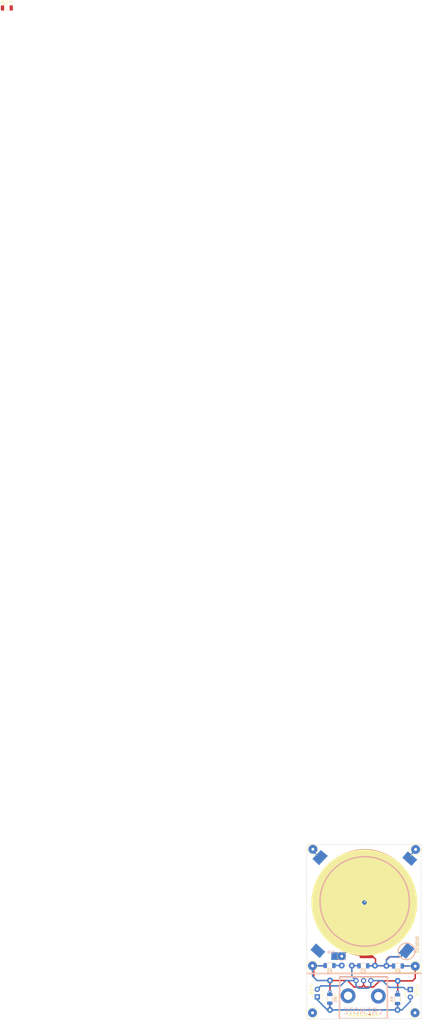
<source format=kicad_pcb>
(kicad_pcb (version 20171130) (host pcbnew "(5.1.10)-1")

  (general
    (thickness 1.6)
    (drawings 310)
    (tracks 174)
    (zones 0)
    (modules 13)
    (nets 1)
  )

  (page A4)
  (layers
    (0 F.Cu signal)
    (31 B.Cu signal)
    (32 B.Adhes user hide)
    (33 F.Adhes user hide)
    (34 B.Paste user hide)
    (35 F.Paste user hide)
    (36 B.SilkS user)
    (37 F.SilkS user)
    (38 B.Mask user)
    (39 F.Mask user)
    (40 Dwgs.User user)
    (41 Cmts.User user hide)
    (42 Eco1.User user hide)
    (43 Eco2.User user hide)
    (44 Edge.Cuts user)
    (45 Margin user)
    (46 B.CrtYd user hide)
    (47 F.CrtYd user hide)
    (48 B.Fab user hide)
    (49 F.Fab user hide)
  )

  (setup
    (last_trace_width 0.25)
    (user_trace_width 0.5)
    (trace_clearance 0.2)
    (zone_clearance 0.508)
    (zone_45_only no)
    (trace_min 0.2)
    (via_size 0.8)
    (via_drill 0.4)
    (via_min_size 0.4)
    (via_min_drill 0.3)
    (uvia_size 0.3)
    (uvia_drill 0.1)
    (uvias_allowed no)
    (uvia_min_size 0.2)
    (uvia_min_drill 0.1)
    (edge_width 0.05)
    (segment_width 0.2)
    (pcb_text_width 0.3)
    (pcb_text_size 1.5 1.5)
    (mod_edge_width 0.12)
    (mod_text_size 1 1)
    (mod_text_width 0.15)
    (pad_size 2 2)
    (pad_drill 0.9)
    (pad_to_mask_clearance 0)
    (aux_axis_origin 0 0)
    (grid_origin 106.685773 142.393355)
    (visible_elements 7FFFFFFF)
    (pcbplotparams
      (layerselection 0x010fc_ffffffff)
      (usegerberextensions false)
      (usegerberattributes true)
      (usegerberadvancedattributes true)
      (creategerberjobfile true)
      (excludeedgelayer false)
      (linewidth 0.127000)
      (plotframeref false)
      (viasonmask false)
      (mode 1)
      (useauxorigin true)
      (hpglpennumber 1)
      (hpglpenspeed 20)
      (hpglpendiameter 15.000000)
      (psnegative false)
      (psa4output false)
      (plotreference true)
      (plotvalue true)
      (plotinvisibletext false)
      (padsonsilk false)
      (subtractmaskfromsilk false)
      (outputformat 1)
      (mirror false)
      (drillshape 0)
      (scaleselection 1)
      (outputdirectory ""))
  )

  (net 0 "")

  (net_class Default "This is the default net class."
    (clearance 0.2)
    (trace_width 0.25)
    (via_dia 0.8)
    (via_drill 0.4)
    (uvia_dia 0.3)
    (uvia_drill 0.1)
  )

  (module LED_THT:LED_D3.0mm (layer F.Cu) (tedit 587A3A7B) (tstamp 610BAD37)
    (at 141.4145 132.5245 270)
    (descr "LED, diameter 3.0mm, 2 pins")
    (tags "LED diameter 3.0mm 2 pins")
    (fp_text reference D2 (at 1.143 -2.413 90) (layer F.SilkS)
      (effects (font (size 1 1) (thickness 0.15)))
    )
    (fp_text value LED_D3.0mm (at 1.27 2.96 90) (layer F.Fab)
      (effects (font (size 1 1) (thickness 0.15)))
    )
    (fp_circle (center 1.27 0) (end 2.77 0) (layer F.Fab) (width 0.1))
    (fp_line (start -0.23 -1.16619) (end -0.23 1.16619) (layer F.Fab) (width 0.1))
    (fp_line (start -0.29 -1.236) (end -0.29 -1.08) (layer F.SilkS) (width 0.12))
    (fp_line (start -0.29 1.08) (end -0.29 1.236) (layer F.SilkS) (width 0.12))
    (fp_line (start -1.15 -2.25) (end -1.15 2.25) (layer F.CrtYd) (width 0.05))
    (fp_line (start -1.15 2.25) (end 3.7 2.25) (layer F.CrtYd) (width 0.05))
    (fp_line (start 3.7 2.25) (end 3.7 -2.25) (layer F.CrtYd) (width 0.05))
    (fp_line (start 3.7 -2.25) (end -1.15 -2.25) (layer F.CrtYd) (width 0.05))
    (fp_arc (start 1.27 0) (end -0.23 -1.16619) (angle 284.3) (layer F.Fab) (width 0.1))
    (fp_arc (start 1.27 0) (end -0.29 -1.235516) (angle 108.8) (layer F.SilkS) (width 0.12))
    (fp_arc (start 1.27 0) (end -0.29 1.235516) (angle -108.8) (layer F.SilkS) (width 0.12))
    (fp_arc (start 1.27 0) (end 0.229039 -1.08) (angle 87.9) (layer F.SilkS) (width 0.12))
    (fp_arc (start 1.27 0) (end 0.229039 1.08) (angle -87.9) (layer F.SilkS) (width 0.12))
    (pad 1 thru_hole rect (at 0 0 270) (size 1.8 1.8) (drill 0.9) (layers *.Cu *.Mask))
    (pad 2 thru_hole circle (at 2.54 0 270) (size 1.8 1.8) (drill 0.9) (layers *.Cu *.Mask))
    (model ${KISYS3DMOD}/LED_THT.3dshapes/LED_D3.0mm.wrl
      (at (xyz 0 0 0))
      (scale (xyz 1 1 1))
      (rotate (xyz 0 0 0))
    )
  )

  (module Resistor_SMD:R_1206_3216Metric (layer F.Cu) (tedit 5F68FEEE) (tstamp 610BA820)
    (at 137.0965 135.763 90)
    (descr "Resistor SMD 1206 (3216 Metric), square (rectangular) end terminal, IPC_7351 nominal, (Body size source: IPC-SM-782 page 72, https://www.pcb-3d.com/wordpress/wp-content/uploads/ipc-sm-782a_amendment_1_and_2.pdf), generated with kicad-footprint-generator")
    (tags resistor)
    (attr smd)
    (fp_text reference R4 (at 0.0107 -1.95072 90) (layer F.SilkS)
      (effects (font (size 1 1) (thickness 0.15)))
    )
    (fp_text value R_1206_3216Metric (at 0 1.82 90) (layer F.Fab)
      (effects (font (size 1 1) (thickness 0.15)))
    )
    (fp_line (start 2.28 1.12) (end -2.28 1.12) (layer F.CrtYd) (width 0.05))
    (fp_line (start 2.28 -1.12) (end 2.28 1.12) (layer F.CrtYd) (width 0.05))
    (fp_line (start -2.28 -1.12) (end 2.28 -1.12) (layer F.CrtYd) (width 0.05))
    (fp_line (start -2.28 1.12) (end -2.28 -1.12) (layer F.CrtYd) (width 0.05))
    (fp_line (start -0.727064 0.91) (end 0.727064 0.91) (layer F.SilkS) (width 0.12))
    (fp_line (start -0.727064 -0.91) (end 0.727064 -0.91) (layer F.SilkS) (width 0.12))
    (fp_line (start 1.6 0.8) (end -1.6 0.8) (layer F.Fab) (width 0.1))
    (fp_line (start 1.6 -0.8) (end 1.6 0.8) (layer F.Fab) (width 0.1))
    (fp_line (start -1.6 -0.8) (end 1.6 -0.8) (layer F.Fab) (width 0.1))
    (fp_line (start -1.6 0.8) (end -1.6 -0.8) (layer F.Fab) (width 0.1))
    (fp_text user %R (at 0 0 90) (layer F.Fab)
      (effects (font (size 0.8 0.8) (thickness 0.12)))
    )
    (pad 2 smd roundrect (at 1.4625 0 90) (size 1.125 1.75) (layers F.Cu F.Paste F.Mask) (roundrect_rratio 0.2222195555555556))
    (pad 1 smd roundrect (at -1.4625 0 90) (size 1.125 1.75) (layers F.Cu F.Paste F.Mask) (roundrect_rratio 0.2222195555555556))
    (model ${KISYS3DMOD}/Resistor_SMD.3dshapes/R_1206_3216Metric.wrl
      (at (xyz 0 0 0))
      (scale (xyz 1 1 1))
      (rotate (xyz 0 0 0))
    )
  )

  (module Resistor_SMD:R_1206_3216Metric (layer F.Cu) (tedit 5F68FEEE) (tstamp 610BA7EE)
    (at 114.427 135.636 90)
    (descr "Resistor SMD 1206 (3216 Metric), square (rectangular) end terminal, IPC_7351 nominal, (Body size source: IPC-SM-782 page 72, https://www.pcb-3d.com/wordpress/wp-content/uploads/ipc-sm-782a_amendment_1_and_2.pdf), generated with kicad-footprint-generator")
    (tags resistor)
    (attr smd)
    (fp_text reference R5 (at 0.2647 1.98628 90) (layer F.SilkS)
      (effects (font (size 1 1) (thickness 0.15)))
    )
    (fp_text value R_1206_3216Metric (at 0 1.82 90) (layer F.Fab)
      (effects (font (size 1 1) (thickness 0.15)))
    )
    (fp_line (start -1.6 0.8) (end -1.6 -0.8) (layer F.Fab) (width 0.1))
    (fp_line (start -1.6 -0.8) (end 1.6 -0.8) (layer F.Fab) (width 0.1))
    (fp_line (start 1.6 -0.8) (end 1.6 0.8) (layer F.Fab) (width 0.1))
    (fp_line (start 1.6 0.8) (end -1.6 0.8) (layer F.Fab) (width 0.1))
    (fp_line (start -0.727064 -0.91) (end 0.727064 -0.91) (layer F.SilkS) (width 0.12))
    (fp_line (start -0.727064 0.91) (end 0.727064 0.91) (layer F.SilkS) (width 0.12))
    (fp_line (start -2.28 1.12) (end -2.28 -1.12) (layer F.CrtYd) (width 0.05))
    (fp_line (start -2.28 -1.12) (end 2.28 -1.12) (layer F.CrtYd) (width 0.05))
    (fp_line (start 2.28 -1.12) (end 2.28 1.12) (layer F.CrtYd) (width 0.05))
    (fp_line (start 2.28 1.12) (end -2.28 1.12) (layer F.CrtYd) (width 0.05))
    (fp_text user %R (at 0 0 90) (layer F.Fab)
      (effects (font (size 0.8 0.8) (thickness 0.12)))
    )
    (pad 1 smd roundrect (at -1.4625 0 90) (size 1.125 1.75) (layers F.Cu F.Paste F.Mask) (roundrect_rratio 0.2222195555555556))
    (pad 2 smd roundrect (at 1.4625 0 90) (size 1.125 1.75) (layers F.Cu F.Paste F.Mask) (roundrect_rratio 0.2222195555555556))
    (model ${KISYS3DMOD}/Resistor_SMD.3dshapes/R_1206_3216Metric.wrl
      (at (xyz 0 0 0))
      (scale (xyz 1 1 1))
      (rotate (xyz 0 0 0))
    )
  )

  (module Resistor_SMD:R_1206_3216Metric (layer B.Cu) (tedit 5F68FEEE) (tstamp 610A981A)
    (at 137.16 135.763 270)
    (descr "Resistor SMD 1206 (3216 Metric), square (rectangular) end terminal, IPC_7351 nominal, (Body size source: IPC-SM-782 page 72, https://www.pcb-3d.com/wordpress/wp-content/uploads/ipc-sm-782a_amendment_1_and_2.pdf), generated with kicad-footprint-generator")
    (tags resistor)
    (attr smd)
    (fp_text reference R4 (at 0.0107 1.95072 270) (layer B.SilkS)
      (effects (font (size 1 1) (thickness 0.15)) (justify mirror))
    )
    (fp_text value R_1206_3216Metric (at 0 -1.82 270) (layer B.Fab)
      (effects (font (size 1 1) (thickness 0.15)) (justify mirror))
    )
    (fp_line (start -1.6 -0.8) (end -1.6 0.8) (layer B.Fab) (width 0.1))
    (fp_line (start -1.6 0.8) (end 1.6 0.8) (layer B.Fab) (width 0.1))
    (fp_line (start 1.6 0.8) (end 1.6 -0.8) (layer B.Fab) (width 0.1))
    (fp_line (start 1.6 -0.8) (end -1.6 -0.8) (layer B.Fab) (width 0.1))
    (fp_line (start -0.727064 0.91) (end 0.727064 0.91) (layer B.SilkS) (width 0.12))
    (fp_line (start -0.727064 -0.91) (end 0.727064 -0.91) (layer B.SilkS) (width 0.12))
    (fp_line (start -2.28 -1.12) (end -2.28 1.12) (layer B.CrtYd) (width 0.05))
    (fp_line (start -2.28 1.12) (end 2.28 1.12) (layer B.CrtYd) (width 0.05))
    (fp_line (start 2.28 1.12) (end 2.28 -1.12) (layer B.CrtYd) (width 0.05))
    (fp_line (start 2.28 -1.12) (end -2.28 -1.12) (layer B.CrtYd) (width 0.05))
    (fp_text user %R (at 0 0 270) (layer B.Fab)
      (effects (font (size 0.8 0.8) (thickness 0.12)) (justify mirror))
    )
    (pad 1 smd roundrect (at -1.4625 0 270) (size 1.125 1.75) (layers B.Cu B.Paste B.Mask) (roundrect_rratio 0.2222195555555556))
    (pad 2 smd roundrect (at 1.4625 0 270) (size 1.125 1.75) (layers B.Cu B.Paste B.Mask) (roundrect_rratio 0.2222195555555556))
    (model ${KISYS3DMOD}/Resistor_SMD.3dshapes/R_1206_3216Metric.wrl
      (at (xyz 0 0 0))
      (scale (xyz 1 1 1))
      (rotate (xyz 0 0 0))
    )
  )

  (module Resistor_SMD:R_1206_3216Metric (layer B.Cu) (tedit 5F68FEEE) (tstamp 610A97D9)
    (at 114.3635 135.636 270)
    (descr "Resistor SMD 1206 (3216 Metric), square (rectangular) end terminal, IPC_7351 nominal, (Body size source: IPC-SM-782 page 72, https://www.pcb-3d.com/wordpress/wp-content/uploads/ipc-sm-782a_amendment_1_and_2.pdf), generated with kicad-footprint-generator")
    (tags resistor)
    (attr smd)
    (fp_text reference R5 (at 0.2647 -1.98628 270) (layer B.SilkS)
      (effects (font (size 1 1) (thickness 0.15)) (justify mirror))
    )
    (fp_text value R_1206_3216Metric (at 0 -1.82 270) (layer B.Fab)
      (effects (font (size 1 1) (thickness 0.15)) (justify mirror))
    )
    (fp_line (start 2.28 -1.12) (end -2.28 -1.12) (layer B.CrtYd) (width 0.05))
    (fp_line (start 2.28 1.12) (end 2.28 -1.12) (layer B.CrtYd) (width 0.05))
    (fp_line (start -2.28 1.12) (end 2.28 1.12) (layer B.CrtYd) (width 0.05))
    (fp_line (start -2.28 -1.12) (end -2.28 1.12) (layer B.CrtYd) (width 0.05))
    (fp_line (start -0.727064 -0.91) (end 0.727064 -0.91) (layer B.SilkS) (width 0.12))
    (fp_line (start -0.727064 0.91) (end 0.727064 0.91) (layer B.SilkS) (width 0.12))
    (fp_line (start 1.6 -0.8) (end -1.6 -0.8) (layer B.Fab) (width 0.1))
    (fp_line (start 1.6 0.8) (end 1.6 -0.8) (layer B.Fab) (width 0.1))
    (fp_line (start -1.6 0.8) (end 1.6 0.8) (layer B.Fab) (width 0.1))
    (fp_line (start -1.6 -0.8) (end -1.6 0.8) (layer B.Fab) (width 0.1))
    (fp_text user %R (at 0 0 270) (layer B.Fab)
      (effects (font (size 0.8 0.8) (thickness 0.12)) (justify mirror))
    )
    (pad 2 smd roundrect (at 1.4625 0 270) (size 1.125 1.75) (layers B.Cu B.Paste B.Mask) (roundrect_rratio 0.2222195555555556))
    (pad 1 smd roundrect (at -1.4625 0 270) (size 1.125 1.75) (layers B.Cu B.Paste B.Mask) (roundrect_rratio 0.2222195555555556))
    (model ${KISYS3DMOD}/Resistor_SMD.3dshapes/R_1206_3216Metric.wrl
      (at (xyz 0 0 0))
      (scale (xyz 1 1 1))
      (rotate (xyz 0 0 0))
    )
  )

  (module Resistor_SMD:R_1206_3216Metric (layer B.Cu) (tedit 5F68FEEE) (tstamp 610A95B4)
    (at 137.287 124.6505)
    (descr "Resistor SMD 1206 (3216 Metric), square (rectangular) end terminal, IPC_7351 nominal, (Body size source: IPC-SM-782 page 72, https://www.pcb-3d.com/wordpress/wp-content/uploads/ipc-sm-782a_amendment_1_and_2.pdf), generated with kicad-footprint-generator")
    (tags resistor)
    (attr smd)
    (fp_text reference R2 (at 0 1.82) (layer B.SilkS)
      (effects (font (size 1 1) (thickness 0.15)) (justify mirror))
    )
    (fp_text value R_1206_3216Metric (at 0 -1.82) (layer B.Fab)
      (effects (font (size 1 1) (thickness 0.15)) (justify mirror))
    )
    (fp_line (start -1.6 -0.8) (end -1.6 0.8) (layer B.Fab) (width 0.1))
    (fp_line (start -1.6 0.8) (end 1.6 0.8) (layer B.Fab) (width 0.1))
    (fp_line (start 1.6 0.8) (end 1.6 -0.8) (layer B.Fab) (width 0.1))
    (fp_line (start 1.6 -0.8) (end -1.6 -0.8) (layer B.Fab) (width 0.1))
    (fp_line (start -0.727064 0.91) (end 0.727064 0.91) (layer B.SilkS) (width 0.12))
    (fp_line (start -0.727064 -0.91) (end 0.727064 -0.91) (layer B.SilkS) (width 0.12))
    (fp_line (start -2.28 -1.12) (end -2.28 1.12) (layer B.CrtYd) (width 0.05))
    (fp_line (start -2.28 1.12) (end 2.28 1.12) (layer B.CrtYd) (width 0.05))
    (fp_line (start 2.28 1.12) (end 2.28 -1.12) (layer B.CrtYd) (width 0.05))
    (fp_line (start 2.28 -1.12) (end -2.28 -1.12) (layer B.CrtYd) (width 0.05))
    (fp_text user %R (at 0 0) (layer B.Fab)
      (effects (font (size 0.8 0.8) (thickness 0.12)) (justify mirror))
    )
    (pad 2 smd roundrect (at 1.4625 0) (size 1.125 1.75) (layers B.Cu B.Paste B.Mask) (roundrect_rratio 0.2222195555555556))
    (pad 1 smd roundrect (at -1.4625 0) (size 1.125 1.75) (layers B.Cu B.Paste B.Mask) (roundrect_rratio 0.2222195555555556))
    (model ${KISYS3DMOD}/Resistor_SMD.3dshapes/R_1206_3216Metric.wrl
      (at (xyz 0 0 0))
      (scale (xyz 1 1 1))
      (rotate (xyz 0 0 0))
    )
  )

  (module Resistor_SMD:R_1206_3216Metric (layer B.Cu) (tedit 5F68FEEE) (tstamp 610A9594)
    (at 114.3 124.486355)
    (descr "Resistor SMD 1206 (3216 Metric), square (rectangular) end terminal, IPC_7351 nominal, (Body size source: IPC-SM-782 page 72, https://www.pcb-3d.com/wordpress/wp-content/uploads/ipc-sm-782a_amendment_1_and_2.pdf), generated with kicad-footprint-generator")
    (tags resistor)
    (attr smd)
    (fp_text reference R1 (at 0 1.82 180) (layer B.SilkS)
      (effects (font (size 1 1) (thickness 0.15)) (justify mirror))
    )
    (fp_text value R_1206_3216Metric (at 0 -1.82) (layer B.Fab)
      (effects (font (size 1 1) (thickness 0.15)) (justify mirror))
    )
    (fp_line (start 2.28 -1.12) (end -2.28 -1.12) (layer B.CrtYd) (width 0.05))
    (fp_line (start 2.28 1.12) (end 2.28 -1.12) (layer B.CrtYd) (width 0.05))
    (fp_line (start -2.28 1.12) (end 2.28 1.12) (layer B.CrtYd) (width 0.05))
    (fp_line (start -2.28 -1.12) (end -2.28 1.12) (layer B.CrtYd) (width 0.05))
    (fp_line (start -0.727064 -0.91) (end 0.727064 -0.91) (layer B.SilkS) (width 0.12))
    (fp_line (start -0.727064 0.91) (end 0.727064 0.91) (layer B.SilkS) (width 0.12))
    (fp_line (start 1.6 -0.8) (end -1.6 -0.8) (layer B.Fab) (width 0.1))
    (fp_line (start 1.6 0.8) (end 1.6 -0.8) (layer B.Fab) (width 0.1))
    (fp_line (start -1.6 0.8) (end 1.6 0.8) (layer B.Fab) (width 0.1))
    (fp_line (start -1.6 -0.8) (end -1.6 0.8) (layer B.Fab) (width 0.1))
    (fp_text user %R (at 0 0) (layer B.Fab)
      (effects (font (size 0.8 0.8) (thickness 0.12)) (justify mirror))
    )
    (pad 1 smd roundrect (at -1.4625 0) (size 1.125 1.75) (layers B.Cu B.Paste B.Mask) (roundrect_rratio 0.2222195555555556))
    (pad 2 smd roundrect (at 1.4625 0) (size 1.125 1.75) (layers B.Cu B.Paste B.Mask) (roundrect_rratio 0.2222195555555556))
    (model ${KISYS3DMOD}/Resistor_SMD.3dshapes/R_1206_3216Metric.wrl
      (at (xyz 0 0 0))
      (scale (xyz 1 1 1))
      (rotate (xyz 0 0 0))
    )
  )

  (module Resistor_SMD:R_1206_3216Metric (layer B.Cu) (tedit 5F68FEEE) (tstamp 610A9583)
    (at 125.6665 124.587)
    (descr "Resistor SMD 1206 (3216 Metric), square (rectangular) end terminal, IPC_7351 nominal, (Body size source: IPC-SM-782 page 72, https://www.pcb-3d.com/wordpress/wp-content/uploads/ipc-sm-782a_amendment_1_and_2.pdf), generated with kicad-footprint-generator")
    (tags resistor)
    (attr smd)
    (fp_text reference R3 (at 0 1.82) (layer B.SilkS)
      (effects (font (size 1 1) (thickness 0.15)) (justify mirror))
    )
    (fp_text value R_1206_3216Metric (at 0 -1.82) (layer B.Fab)
      (effects (font (size 1 1) (thickness 0.15)) (justify mirror))
    )
    (fp_line (start -1.6 -0.8) (end -1.6 0.8) (layer B.Fab) (width 0.1))
    (fp_line (start -1.6 0.8) (end 1.6 0.8) (layer B.Fab) (width 0.1))
    (fp_line (start 1.6 0.8) (end 1.6 -0.8) (layer B.Fab) (width 0.1))
    (fp_line (start 1.6 -0.8) (end -1.6 -0.8) (layer B.Fab) (width 0.1))
    (fp_line (start -0.727064 0.91) (end 0.727064 0.91) (layer B.SilkS) (width 0.12))
    (fp_line (start -0.727064 -0.91) (end 0.727064 -0.91) (layer B.SilkS) (width 0.12))
    (fp_line (start -2.28 -1.12) (end -2.28 1.12) (layer B.CrtYd) (width 0.05))
    (fp_line (start -2.28 1.12) (end 2.28 1.12) (layer B.CrtYd) (width 0.05))
    (fp_line (start 2.28 1.12) (end 2.28 -1.12) (layer B.CrtYd) (width 0.05))
    (fp_line (start 2.28 -1.12) (end -2.28 -1.12) (layer B.CrtYd) (width 0.05))
    (fp_text user %R (at 0 0) (layer B.Fab)
      (effects (font (size 0.8 0.8) (thickness 0.12)) (justify mirror))
    )
    (pad 2 smd roundrect (at 1.4625 0) (size 1.125 1.75) (layers B.Cu B.Paste B.Mask) (roundrect_rratio 0.2222195555555556))
    (pad 1 smd roundrect (at -1.4625 0) (size 1.125 1.75) (layers B.Cu B.Paste B.Mask) (roundrect_rratio 0.2222195555555556))
    (model ${KISYS3DMOD}/Resistor_SMD.3dshapes/R_1206_3216Metric.wrl
      (at (xyz 0 0 0))
      (scale (xyz 1 1 1))
      (rotate (xyz 0 0 0))
    )
  )

  (module Resistor_SMD:R_1206_3216Metric (layer F.Cu) (tedit 5F68FEEE) (tstamp 610A9004)
    (at 125.6665 124.587)
    (descr "Resistor SMD 1206 (3216 Metric), square (rectangular) end terminal, IPC_7351 nominal, (Body size source: IPC-SM-782 page 72, https://www.pcb-3d.com/wordpress/wp-content/uploads/ipc-sm-782a_amendment_1_and_2.pdf), generated with kicad-footprint-generator")
    (tags resistor)
    (attr smd)
    (fp_text reference R3 (at -0.0635 1.524 180) (layer F.SilkS)
      (effects (font (size 1 1) (thickness 0.15)))
    )
    (fp_text value R_1206_3216Metric (at 0 1.82) (layer F.Fab)
      (effects (font (size 1 1) (thickness 0.15)))
    )
    (fp_line (start -1.6 0.8) (end -1.6 -0.8) (layer F.Fab) (width 0.1))
    (fp_line (start -1.6 -0.8) (end 1.6 -0.8) (layer F.Fab) (width 0.1))
    (fp_line (start 1.6 -0.8) (end 1.6 0.8) (layer F.Fab) (width 0.1))
    (fp_line (start 1.6 0.8) (end -1.6 0.8) (layer F.Fab) (width 0.1))
    (fp_line (start -0.727064 -0.91) (end 0.727064 -0.91) (layer F.SilkS) (width 0.12))
    (fp_line (start -0.727064 0.91) (end 0.727064 0.91) (layer F.SilkS) (width 0.12))
    (fp_line (start -2.28 1.12) (end -2.28 -1.12) (layer F.CrtYd) (width 0.05))
    (fp_line (start -2.28 -1.12) (end 2.28 -1.12) (layer F.CrtYd) (width 0.05))
    (fp_line (start 2.28 -1.12) (end 2.28 1.12) (layer F.CrtYd) (width 0.05))
    (fp_line (start 2.28 1.12) (end -2.28 1.12) (layer F.CrtYd) (width 0.05))
    (fp_text user %R (at -0.00254 0.09398) (layer F.Fab)
      (effects (font (size 0.8 0.8) (thickness 0.12)))
    )
    (pad 1 smd roundrect (at -1.4625 0) (size 1.125 1.75) (layers F.Cu F.Paste F.Mask) (roundrect_rratio 0.2222195555555556))
    (pad 2 smd roundrect (at 1.4625 0) (size 1.125 1.75) (layers F.Cu F.Paste F.Mask) (roundrect_rratio 0.2222195555555556))
    (model ${KISYS3DMOD}/Resistor_SMD.3dshapes/R_1206_3216Metric.wrl
      (at (xyz 0 0 0))
      (scale (xyz 1 1 1))
      (rotate (xyz 0 0 0))
    )
  )

  (module LED_THT:LED_D3.0mm (layer F.Cu) (tedit 587A3A7B) (tstamp 610A8FF5)
    (at 110.1725 135.001 90)
    (descr "LED, diameter 3.0mm, 2 pins")
    (tags "LED diameter 3.0mm 2 pins")
    (fp_text reference D1 (at 1.778 -2.286 90) (layer F.SilkS)
      (effects (font (size 1 1) (thickness 0.15)))
    )
    (fp_text value LED_D3.0mm (at 1.27 2.96 90) (layer F.Fab)
      (effects (font (size 1 1) (thickness 0.15)))
    )
    (fp_line (start 3.7 -2.25) (end -1.15 -2.25) (layer F.CrtYd) (width 0.05))
    (fp_line (start 3.7 2.25) (end 3.7 -2.25) (layer F.CrtYd) (width 0.05))
    (fp_line (start -1.15 2.25) (end 3.7 2.25) (layer F.CrtYd) (width 0.05))
    (fp_line (start -1.15 -2.25) (end -1.15 2.25) (layer F.CrtYd) (width 0.05))
    (fp_line (start -0.29 1.08) (end -0.29 1.236) (layer F.SilkS) (width 0.12))
    (fp_line (start -0.29 -1.236) (end -0.29 -1.08) (layer F.SilkS) (width 0.12))
    (fp_line (start -0.23 -1.16619) (end -0.23 1.16619) (layer F.Fab) (width 0.1))
    (fp_circle (center 1.27 0) (end 2.77 0) (layer F.Fab) (width 0.1))
    (fp_arc (start 1.27 0) (end 0.229039 1.08) (angle -87.9) (layer F.SilkS) (width 0.12))
    (fp_arc (start 1.27 0) (end 0.229039 -1.08) (angle 87.9) (layer F.SilkS) (width 0.12))
    (fp_arc (start 1.27 0) (end -0.29 1.235516) (angle -108.8) (layer F.SilkS) (width 0.12))
    (fp_arc (start 1.27 0) (end -0.29 -1.235516) (angle 108.8) (layer F.SilkS) (width 0.12))
    (fp_arc (start 1.27 0) (end -0.23 -1.16619) (angle 284.3) (layer F.Fab) (width 0.1))
    (pad 2 thru_hole circle (at 2.54 0 90) (size 1.8 1.8) (drill 0.9) (layers *.Cu *.Mask))
    (pad 1 thru_hole rect (at 0 0 90) (size 1.8 1.8) (drill 0.9) (layers *.Cu *.Mask))
    (model ${KISYS3DMOD}/LED_THT.3dshapes/LED_D3.0mm.wrl
      (at (xyz 0 0 0))
      (scale (xyz 1 1 1))
      (rotate (xyz 0 0 0))
    )
  )

  (module Resistor_SMD:R_1206_3216Metric (layer F.Cu) (tedit 5F68FEEE) (tstamp 610A44AD)
    (at 5.969 -196.35216)
    (descr "Resistor SMD 1206 (3216 Metric), square (rectangular) end terminal, IPC_7351 nominal, (Body size source: IPC-SM-782 page 72, https://www.pcb-3d.com/wordpress/wp-content/uploads/ipc-sm-782a_amendment_1_and_2.pdf), generated with kicad-footprint-generator")
    (tags resistor)
    (attr smd)
    (fp_text reference REF** (at 0 -1.82) (layer F.SilkS)
      (effects (font (size 1 1) (thickness 0.15)))
    )
    (fp_text value R_1206_3216Metric (at 0 1.82) (layer F.Fab)
      (effects (font (size 1 1) (thickness 0.15)))
    )
    (fp_line (start -1.6 0.8) (end -1.6 -0.8) (layer F.Fab) (width 0.1))
    (fp_line (start -1.6 -0.8) (end 1.6 -0.8) (layer F.Fab) (width 0.1))
    (fp_line (start 1.6 -0.8) (end 1.6 0.8) (layer F.Fab) (width 0.1))
    (fp_line (start 1.6 0.8) (end -1.6 0.8) (layer F.Fab) (width 0.1))
    (fp_line (start -0.727064 -0.91) (end 0.727064 -0.91) (layer F.SilkS) (width 0.12))
    (fp_line (start -0.727064 0.91) (end 0.727064 0.91) (layer F.SilkS) (width 0.12))
    (fp_line (start -2.28 1.12) (end -2.28 -1.12) (layer F.CrtYd) (width 0.05))
    (fp_line (start -2.28 -1.12) (end 2.28 -1.12) (layer F.CrtYd) (width 0.05))
    (fp_line (start 2.28 -1.12) (end 2.28 1.12) (layer F.CrtYd) (width 0.05))
    (fp_line (start 2.28 1.12) (end -2.28 1.12) (layer F.CrtYd) (width 0.05))
    (fp_text user %R (at 0 0) (layer F.Fab)
      (effects (font (size 0.8 0.8) (thickness 0.12)))
    )
    (pad 1 smd roundrect (at -1.4625 0) (size 1.125 1.75) (layers F.Cu F.Paste F.Mask) (roundrect_rratio 0.2222195555555556))
    (pad 2 smd roundrect (at 1.4625 0) (size 1.125 1.75) (layers F.Cu F.Paste F.Mask) (roundrect_rratio 0.2222195555555556))
    (model ${KISYS3DMOD}/Resistor_SMD.3dshapes/R_1206_3216Metric.wrl
      (at (xyz 0 0 0))
      (scale (xyz 1 1 1))
      (rotate (xyz 0 0 0))
    )
  )

  (module Resistor_SMD:R_1206_3216Metric (layer F.Cu) (tedit 5F68FEEE) (tstamp 61073F56)
    (at 137.24328 124.63526)
    (descr "Resistor SMD 1206 (3216 Metric), square (rectangular) end terminal, IPC_7351 nominal, (Body size source: IPC-SM-782 page 72, https://www.pcb-3d.com/wordpress/wp-content/uploads/ipc-sm-782a_amendment_1_and_2.pdf), generated with kicad-footprint-generator")
    (tags resistor)
    (attr smd)
    (fp_text reference R2 (at -0.08328 1.60274 180) (layer F.SilkS)
      (effects (font (size 1 1) (thickness 0.15)))
    )
    (fp_text value R_1206_3216Metric (at 0 1.82) (layer F.Fab)
      (effects (font (size 1 1) (thickness 0.15)))
    )
    (fp_line (start 2.28 1.12) (end -2.28 1.12) (layer F.CrtYd) (width 0.05))
    (fp_line (start 2.28 -1.12) (end 2.28 1.12) (layer F.CrtYd) (width 0.05))
    (fp_line (start -2.28 -1.12) (end 2.28 -1.12) (layer F.CrtYd) (width 0.05))
    (fp_line (start -2.28 1.12) (end -2.28 -1.12) (layer F.CrtYd) (width 0.05))
    (fp_line (start -0.727064 0.91) (end 0.727064 0.91) (layer F.SilkS) (width 0.12))
    (fp_line (start -0.727064 -0.91) (end 0.727064 -0.91) (layer F.SilkS) (width 0.12))
    (fp_line (start 1.6 0.8) (end -1.6 0.8) (layer F.Fab) (width 0.1))
    (fp_line (start 1.6 -0.8) (end 1.6 0.8) (layer F.Fab) (width 0.1))
    (fp_line (start -1.6 -0.8) (end 1.6 -0.8) (layer F.Fab) (width 0.1))
    (fp_line (start -1.6 0.8) (end -1.6 -0.8) (layer F.Fab) (width 0.1))
    (fp_text user %R (at -0.00254 0.09398) (layer F.Fab)
      (effects (font (size 0.8 0.8) (thickness 0.12)))
    )
    (pad 2 smd roundrect (at 1.4625 0) (size 1.125 1.75) (layers F.Cu F.Paste F.Mask) (roundrect_rratio 0.2222195555555556))
    (pad 1 smd roundrect (at -1.4625 0) (size 1.125 1.75) (layers F.Cu F.Paste F.Mask) (roundrect_rratio 0.2222195555555556))
    (model ${KISYS3DMOD}/Resistor_SMD.3dshapes/R_1206_3216Metric.wrl
      (at (xyz 0 0 0))
      (scale (xyz 1 1 1))
      (rotate (xyz 0 0 0))
    )
  )

  (module Resistor_SMD:R_1206_3216Metric (layer F.Cu) (tedit 5F68FEEE) (tstamp 61073EF5)
    (at 114.2893 124.50572)
    (descr "Resistor SMD 1206 (3216 Metric), square (rectangular) end terminal, IPC_7351 nominal, (Body size source: IPC-SM-782 page 72, https://www.pcb-3d.com/wordpress/wp-content/uploads/ipc-sm-782a_amendment_1_and_2.pdf), generated with kicad-footprint-generator")
    (tags resistor)
    (attr smd)
    (fp_text reference R1 (at 0.0107 1.60528) (layer F.SilkS)
      (effects (font (size 1 1) (thickness 0.15)))
    )
    (fp_text value R_1206_3216Metric (at 0 1.82) (layer F.Fab)
      (effects (font (size 1 1) (thickness 0.15)))
    )
    (fp_line (start 2.28 1.12) (end -2.28 1.12) (layer F.CrtYd) (width 0.05))
    (fp_line (start 2.28 -1.12) (end 2.28 1.12) (layer F.CrtYd) (width 0.05))
    (fp_line (start -2.28 -1.12) (end 2.28 -1.12) (layer F.CrtYd) (width 0.05))
    (fp_line (start -2.28 1.12) (end -2.28 -1.12) (layer F.CrtYd) (width 0.05))
    (fp_line (start -0.727064 0.91) (end 0.727064 0.91) (layer F.SilkS) (width 0.12))
    (fp_line (start -0.727064 -0.91) (end 0.727064 -0.91) (layer F.SilkS) (width 0.12))
    (fp_line (start 1.6 0.8) (end -1.6 0.8) (layer F.Fab) (width 0.1))
    (fp_line (start 1.6 -0.8) (end 1.6 0.8) (layer F.Fab) (width 0.1))
    (fp_line (start -1.6 -0.8) (end 1.6 -0.8) (layer F.Fab) (width 0.1))
    (fp_line (start -1.6 0.8) (end -1.6 -0.8) (layer F.Fab) (width 0.1))
    (fp_text user %R (at 0 0) (layer F.Fab)
      (effects (font (size 0.8 0.8) (thickness 0.12)))
    )
    (pad 2 smd roundrect (at 1.4625 0) (size 1.125 1.75) (layers F.Cu F.Paste F.Mask) (roundrect_rratio 0.2222195555555556))
    (pad 1 smd roundrect (at -1.4625 0) (size 1.125 1.75) (layers F.Cu F.Paste F.Mask) (roundrect_rratio 0.2222195555555556))
    (model ${KISYS3DMOD}/Resistor_SMD.3dshapes/R_1206_3216Metric.wrl
      (at (xyz 0 0 0))
      (scale (xyz 1 1 1))
      (rotate (xyz 0 0 0))
    )
  )

  (gr_circle (center 125.989773 103.404355) (end 135.260773 103.150355) (layer F.SilkS) (width 17))
  (gr_poly (pts (xy 118.750773 120.3325) (xy 119.131773 120.5865) (xy 119.385773 120.9675) (xy 119.449273 121.285) (xy 119.449273 121.539) (xy 119.385773 121.8565) (xy 119.195273 122.1105) (xy 119.068273 122.2375) (xy 118.814273 122.3645) (xy 118.623773 122.428) (xy 118.242773 122.4915) (xy 117.798273 122.301) (xy 117.417273 121.9835) (xy 117.353773 121.666) (xy 117.290273 121.412) (xy 117.290273 121.0945) (xy 117.417273 120.8405) (xy 117.544273 120.65) (xy 117.734773 120.4595) (xy 117.988773 120.3325) (xy 118.369773 120.269)) (layer F.Mask) (width 0) (tstamp 610CE32C))
  (gr_poly (pts (xy 114.882353 122.55151) (xy 114.999193 120.0712) (xy 119.639773 120.168355) (xy 119.639773 122.581355)) (layer B.Cu) (width 0.1) (tstamp 610CE322))
  (gr_circle (center 142.875 140.462) (end 144.272 141.478) (layer F.SilkS) (width 0.12))
  (gr_circle (center 108.585 140.335) (end 110.109 141.478) (layer F.SilkS) (width 0.12))
  (gr_circle (center 143.002 124.587) (end 144.272 125.857) (layer F.SilkS) (width 0.12))
  (gr_circle (center 108.585 124.587) (end 110.109 125.476) (layer F.SilkS) (width 0.12))
  (gr_line (start 141.986 87.122) (end 141.478 87.884) (layer F.SilkS) (width 0.12))
  (gr_line (start 109.601 87.122) (end 110.109 87.63) (layer F.SilkS) (width 0.12))
  (gr_circle (center 143.129 85.598) (end 144.272 87.249) (layer F.SilkS) (width 0.12))
  (gr_circle (center 108.712 85.598) (end 110.109 86.741) (layer F.SilkS) (width 0.12))
  (gr_text BIN (at 114.813773 119.914355 180) (layer B.SilkS) (tstamp 610BB2FD)
    (effects (font (size 1 1) (thickness 0.15)) (justify mirror))
  )
  (gr_circle (center 118.364 121.285) (end 119.761 120.777) (layer B.SilkS) (width 0.12) (tstamp 610BB2FC))
  (gr_circle (center 118.364 121.285) (end 119.761 121.793) (layer F.SilkS) (width 0.12))
  (gr_text BOBEXT (at 143.764 117.475 90) (layer B.SilkS) (tstamp 610BB21D)
    (effects (font (size 1 1) (thickness 0.15)) (justify mirror))
  )
  (gr_circle (center 118.3005 121.412) (end 119.400652 121.412) (layer B.Mask) (width 0.15) (tstamp 610BB1EE))
  (gr_circle (center 118.364 121.391348) (end 119.464152 121.391348) (layer F.Mask) (width 0.15) (tstamp 610BB1ED))
  (gr_poly (pts (xy 118.6815 120.3325) (xy 119.0625 120.5865) (xy 119.3165 120.9675) (xy 119.38 121.285) (xy 119.38 121.539) (xy 119.3165 121.8565) (xy 119.126 122.1105) (xy 118.999 122.2375) (xy 118.745 122.3645) (xy 118.5545 122.428) (xy 118.1735 122.4915) (xy 117.729 122.301) (xy 117.348 121.9835) (xy 117.2845 121.666) (xy 117.221 121.412) (xy 117.221 121.0945) (xy 117.348 120.8405) (xy 117.475 120.65) (xy 117.6655 120.4595) (xy 117.9195 120.3325) (xy 118.3005 120.269)) (layer B.Mask) (width 0) (tstamp 610BB1EC))
  (gr_poly (pts (xy 118.8085 120.3325) (xy 119.1895 120.5865) (xy 119.4435 120.9675) (xy 119.507 121.285) (xy 119.507 121.539) (xy 119.4435 121.8565) (xy 119.253 122.1105) (xy 119.126 122.2375) (xy 118.872 122.3645) (xy 118.6815 122.428) (xy 118.3005 122.4915) (xy 117.856 122.301) (xy 117.475 121.9835) (xy 117.4115 121.666) (xy 117.348 121.412) (xy 117.348 121.0945) (xy 117.475 120.8405) (xy 117.602 120.65) (xy 117.7925 120.4595) (xy 118.0465 120.3325) (xy 118.4275 120.269)) (layer F.Mask) (width 0) (tstamp 610BB1EB))
  (gr_text BOBEXT (at 143.891 117.475 90) (layer F.SilkS)
    (effects (font (size 1 1) (thickness 0.15)))
  )
  (gr_circle (center 140.1445 119.761) (end 142.941385 119.761) (layer B.SilkS) (width 0.3))
  (gr_circle (center 140.081 119.6975) (end 142.866327 119.6975) (layer F.SilkS) (width 0.3))
  (gr_poly (pts (xy 111.00816 121.92381) (xy 107.93476 119.2022) (xy 109.76356 117.15242) (xy 112.76584 119.88419)) (layer B.Cu) (width 0.1) (tstamp 610BB0BE))
  (gr_poly (pts (xy 137.541 120.269) (xy 140.462 116.967) (xy 142.748 118.872) (xy 139.954 122.174)) (layer B.Cu) (width 0.1) (tstamp 610BB0BB))
  (gr_poly (pts (xy 140.55344 86.30158) (xy 143.6624 89.01811) (xy 141.8336 91.06789) (xy 138.79576 88.3412)) (layer B.Cu) (width 0.1) (tstamp 610BB0B8))
  (gr_poly (pts (xy 108.8263 88.88476) (xy 111.42472 85.9282) (xy 113.4745 87.757) (xy 110.86592 90.64244)) (layer F.Cu) (width 0.1) (tstamp 610BB0B1))
  (gr_poly (pts (xy 140.60424 86.3473) (xy 143.5608 88.94572) (xy 141.732 90.9955) (xy 138.84656 88.38692)) (layer F.Cu) (width 0.1) (tstamp 610BB0AE))
  (gr_poly (pts (xy 142.748 118.745) (xy 139.95908 122.14606) (xy 137.668 120.142) (xy 140.335 116.967)) (layer F.Cu) (width 0.1) (tstamp 610BB0AB))
  (gr_line (start 108.0135 130.81) (end 108.0135 130.302) (layer F.SilkS) (width 0.12))
  (gr_line (start 108.0135 131.572) (end 108.0135 132.1435) (layer F.SilkS) (width 0.12))
  (gr_line (start 107.442 131.572) (end 108.712 131.572) (layer F.SilkS) (width 0.12))
  (gr_line (start 108.0135 131.572) (end 107.569 130.81) (layer F.SilkS) (width 0.12))
  (gr_line (start 108.712 130.81) (end 108.0135 131.572) (layer F.SilkS) (width 0.12))
  (gr_line (start 107.569 130.81) (end 108.712 130.81) (layer F.SilkS) (width 0.12))
  (gr_line (start 143.637 132.0165) (end 143.7005 132.461) (layer F.SilkS) (width 0.12))
  (gr_line (start 143.637 131.0005) (end 143.637 130.4925) (layer F.SilkS) (width 0.12))
  (gr_line (start 142.9385 131.0005) (end 144.399 131.0005) (layer F.SilkS) (width 0.12))
  (gr_line (start 143.637 131.064) (end 143.129 132.0165) (layer F.SilkS) (width 0.12))
  (gr_line (start 144.3355 132.0165) (end 143.637 131.064) (layer F.SilkS) (width 0.12))
  (gr_line (start 143.1925 132.0165) (end 144.3355 132.0165) (layer F.SilkS) (width 0.12))
  (gr_line (start 144.8435 142.621) (end 106.68 142.3035) (layer Dwgs.User) (width 0.15))
  (gr_line (start 125.73 63.4365) (end 125.73 144.018) (layer Dwgs.User) (width 0.15))
  (gr_line (start 145.034 83.82) (end 144.78 84.074) (layer Dwgs.User) (width 0.15))
  (gr_line (start 106.68 142.3035) (end 145.034 83.82) (layer Dwgs.User) (width 0.15))
  (gr_line (start 107.315 83.6295) (end 145.6055 142.367) (layer Dwgs.User) (width 0.15))
  (gr_text JLCJLCJLCJLC (at 125.6665 140.97) (layer F.SilkS)
    (effects (font (size 1 1) (thickness 0.25)))
  )
  (gr_circle (center 126.102773 103.023355) (end 141.102773 103.023355) (layer B.SilkS) (width 0.5) (tstamp 610AE1A6))
  (gr_curve (pts (xy 108.45142 101.969691) (xy 107.740818 111.618488) (xy 115.228846 120.254147) (xy 124.841 121.2215)) (layer F.Cu) (width 0.15))
  (gr_curve (pts (xy 127.326807 85.655831) (xy 117.738492 84.949439) (xy 109.1569 92.390438) (xy 108.45142 101.969691)) (layer F.Cu) (width 0.15))
  (gr_curve (pts (xy 143.537366 104.412456) (xy 144.239548 94.884624) (xy 136.845576 86.3571) (xy 127.326807 85.655831)) (layer F.Cu) (width 0.15))
  (gr_curve (pts (xy 124.899502 120.519714) (xy 134.366852 121.217685) (xy 142.840308 113.870744) (xy 143.537366 104.412456)) (layer F.Cu) (width 0.15))
  (gr_curve (pts (xy 108.895546 102.000613) (xy 108.201783 111.40748) (xy 115.501697 119.826869) (xy 124.899502 120.519714)) (layer F.Cu) (width 0.15))
  (gr_curve (pts (xy 127.295886 86.099956) (xy 117.949501 85.410404) (xy 109.58418 92.663289) (xy 108.895546 102.000613)) (layer F.Cu) (width 0.15))
  (gr_curve (pts (xy 143.09324 104.381534) (xy 143.778582 95.095633) (xy 136.572727 86.784378) (xy 127.295886 86.099956)) (layer F.Cu) (width 0.15))
  (gr_curve (pts (xy 124.930424 120.075588) (xy 134.155844 120.756719) (xy 142.41303 113.597893) (xy 143.09324 104.381534)) (layer F.Cu) (width 0.15))
  (gr_curve (pts (xy 109.339672 102.031534) (xy 108.662749 111.19647) (xy 115.774547 119.39959) (xy 124.930424 120.075588)) (layer F.Cu) (width 0.15))
  (gr_curve (pts (xy 127.264964 86.544082) (xy 118.16051 85.87137) (xy 110.011458 92.93614) (xy 109.339672 102.031534)) (layer F.Cu) (width 0.15))
  (gr_curve (pts (xy 142.649114 104.350613) (xy 143.317616 95.306642) (xy 136.299875 87.211657) (xy 127.264964 86.544082)) (layer F.Cu) (width 0.15))
  (gr_curve (pts (xy 124.961345 119.631462) (xy 133.944833 120.295755) (xy 141.985751 113.325043) (xy 142.649114 104.350613)) (layer F.Cu) (width 0.15))
  (gr_curve (pts (xy 109.783798 102.062454) (xy 109.123716 110.985461) (xy 116.047398 118.972312) (xy 124.961345 119.631462)) (layer F.Cu) (width 0.15))
  (gr_curve (pts (xy 127.234043 86.988208) (xy 118.37152 86.332336) (xy 110.438735 93.20899) (xy 109.783798 102.062454)) (layer F.Cu) (width 0.15))
  (gr_curve (pts (xy 142.204988 104.319693) (xy 142.85665 95.517651) (xy 136.027026 87.638935) (xy 127.234043 86.988208)) (layer F.Cu) (width 0.15))
  (gr_curve (pts (xy 124.992266 119.187336) (xy 133.733825 119.834788) (xy 141.558474 113.052191) (xy 142.204988 104.319693)) (layer F.Cu) (width 0.15))
  (gr_curve (pts (xy 110.227924 102.093375) (xy 109.58468 110.774453) (xy 116.320249 118.545035) (xy 124.992266 119.187336)) (layer F.Cu) (width 0.15))
  (gr_curve (pts (xy 127.203122 87.432334) (xy 118.582529 86.793301) (xy 110.866014 93.481841) (xy 110.227924 102.093375)) (layer F.Cu) (width 0.15))
  (gr_curve (pts (xy 141.760862 104.288773) (xy 142.395686 95.72866) (xy 135.754175 88.066212) (xy 127.203122 87.432334)) (layer F.Cu) (width 0.15))
  (gr_curve (pts (xy 125.023187 118.74321) (xy 133.522816 119.373824) (xy 141.131196 112.779342) (xy 141.760862 104.288773)) (layer F.Cu) (width 0.15))
  (gr_curve (pts (xy 110.67205 102.124298) (xy 110.045646 110.563442) (xy 116.5931 118.117757) (xy 125.023187 118.74321)) (layer F.Cu) (width 0.15))
  (gr_curve (pts (xy 127.172202 87.87646) (xy 118.793537 87.254266) (xy 111.293291 93.754692) (xy 110.67205 102.124298)) (layer F.Cu) (width 0.15))
  (gr_curve (pts (xy 141.316736 104.257849) (xy 141.934719 95.93967) (xy 135.481323 88.49349) (xy 127.172202 87.87646)) (layer F.Cu) (width 0.15))
  (gr_curve (pts (xy 125.054108 118.299084) (xy 133.311806 118.912859) (xy 140.703919 112.50649) (xy 141.316736 104.257849)) (layer F.Cu) (width 0.15))
  (gr_curve (pts (xy 111.116176 102.155218) (xy 110.506611 110.352434) (xy 116.86595 117.69048) (xy 125.054108 118.299084)) (layer F.Cu) (width 0.15))
  (gr_curve (pts (xy 127.141279 88.320586) (xy 119.004547 87.715231) (xy 111.720569 94.027542) (xy 111.116176 102.155218)) (layer F.Cu) (width 0.15))
  (gr_curve (pts (xy 140.87261 104.22693) (xy 141.473755 96.150679) (xy 135.208473 88.920767) (xy 127.141279 88.320586)) (layer F.Cu) (width 0.15))
  (gr_curve (pts (xy 125.085029 117.854958) (xy 133.100797 118.451894) (xy 140.27664 112.233641) (xy 140.87261 104.22693)) (layer F.Cu) (width 0.15))
  (gr_curve (pts (xy 111.560301 102.186138) (xy 110.967575 110.141423) (xy 117.138801 117.263202) (xy 125.085029 117.854958)) (layer F.Cu) (width 0.15))
  (gr_curve (pts (xy 127.110359 88.764712) (xy 119.215556 88.176196) (xy 112.147846 94.300393) (xy 111.560301 102.186138)) (layer F.Cu) (width 0.15))
  (gr_curve (pts (xy 140.428484 104.196009) (xy 141.012791 96.361688) (xy 134.935621 89.348045) (xy 127.110359 88.764712)) (layer F.Cu) (width 0.15))
  (gr_curve (pts (xy 125.11595 117.410832) (xy 132.889787 117.99093) (xy 139.849363 111.960789) (xy 140.428484 104.196009)) (layer F.Cu) (width 0.15))
  (gr_curve (pts (xy 112.004427 102.217059) (xy 111.428539 109.930415) (xy 117.411652 116.835924) (xy 125.11595 117.410832)) (layer F.Cu) (width 0.15))
  (gr_curve (pts (xy 127.079438 89.208838) (xy 119.426566 88.63716) (xy 112.575123 94.573244) (xy 112.004427 102.217059)) (layer F.Cu) (width 0.15))
  (gr_curve (pts (xy 139.984358 104.165088) (xy 140.551827 96.572697) (xy 134.662773 89.775322) (xy 127.079438 89.208838)) (layer F.Cu) (width 0.15))
  (gr_curve (pts (xy 125.146871 116.966705) (xy 132.678778 117.529966) (xy 139.422088 111.687938) (xy 139.984358 104.165088)) (layer F.Cu) (width 0.15))
  (gr_curve (pts (xy 112.448553 102.247981) (xy 111.889504 109.719406) (xy 117.684502 116.408647) (xy 125.146871 116.966705)) (layer F.Cu) (width 0.15))
  (gr_curve (pts (xy 127.048518 89.652964) (xy 119.637575 89.098124) (xy 113.0024 94.846094) (xy 112.448553 102.247981)) (layer F.Cu) (width 0.15))
  (gr_curve (pts (xy 139.540233 104.134166) (xy 140.090863 96.783707) (xy 134.389921 90.202598) (xy 127.048518 89.652964)) (layer F.Cu) (width 0.15))
  (gr_curve (pts (xy 125.177792 116.522582) (xy 132.46777 117.069002) (xy 138.99481 111.415088) (xy 139.540233 104.134166)) (layer F.Cu) (width 0.15))
  (gr_curve (pts (xy 112.892679 102.278902) (xy 112.350467 109.508396) (xy 117.957352 115.981371) (xy 125.177792 116.522582)) (layer F.Cu) (width 0.15))
  (gr_curve (pts (xy 127.017595 90.09709) (xy 119.848584 89.559087) (xy 113.429676 95.118944) (xy 112.892679 102.278902)) (layer F.Cu) (width 0.15))
  (gr_curve (pts (xy 139.096108 104.103245) (xy 139.629901 96.994716) (xy 134.117071 90.629874) (xy 127.017595 90.09709)) (layer F.Cu) (width 0.15))
  (gr_curve (pts (xy 125.208714 116.078456) (xy 132.256759 116.608038) (xy 138.567534 111.142236) (xy 139.096108 104.103245)) (layer F.Cu) (width 0.15))
  (gr_curve (pts (xy 113.336805 102.309823) (xy 112.81143 109.297387) (xy 118.230203 115.554096) (xy 125.208714 116.078456)) (layer F.Cu) (width 0.15))
  (gr_curve (pts (xy 126.986675 90.541216) (xy 120.059593 90.020051) (xy 113.856952 95.391796) (xy 113.336805 102.309823)) (layer F.Cu) (width 0.15))
  (gr_curve (pts (xy 138.651982 104.072324) (xy 139.168937 97.205726) (xy 133.84422 91.05715) (xy 126.986675 90.541216)) (layer F.Cu) (width 0.15))
  (gr_curve (pts (xy 125.239634 115.63433) (xy 132.045751 116.147076) (xy 138.140259 110.869387) (xy 138.651982 104.072324)) (layer F.Cu) (width 0.15))
  (gr_curve (pts (xy 113.78093 102.340743) (xy 113.272393 109.086377) (xy 118.503054 115.12682) (xy 125.239634 115.63433)) (layer F.Cu) (width 0.15))
  (gr_curve (pts (xy 126.955754 90.985342) (xy 120.270603 90.481013) (xy 114.284227 95.664646) (xy 113.78093 102.340743)) (layer F.Cu) (width 0.15))
  (gr_curve (pts (xy 138.207856 104.041404) (xy 138.707975 97.416735) (xy 133.57137 91.484425) (xy 126.955754 90.985342)) (layer F.Cu) (width 0.15))
  (gr_curve (pts (xy 125.270555 115.190203) (xy 131.83474 115.686114) (xy 137.712984 110.596536) (xy 138.207856 104.041404)) (layer F.Cu) (width 0.15))
  (gr_curve (pts (xy 114.225056 102.371666) (xy 113.733355 108.875368) (xy 118.775904 114.699545) (xy 125.270555 115.190203)) (layer F.Cu) (width 0.15))
  (gr_curve (pts (xy 126.924832 91.429468) (xy 120.481613 90.941975) (xy 114.711501 95.937496) (xy 114.225056 102.371666)) (layer F.Cu) (width 0.15))
  (gr_curve (pts (xy 137.763729 104.010481) (xy 138.247013 97.627745) (xy 133.298518 91.911699) (xy 126.924832 91.429468)) (layer F.Cu) (width 0.15))
  (gr_curve (pts (xy 125.301477 114.746077) (xy 131.623732 115.225152) (xy 137.28571 110.323686) (xy 137.763729 104.010481)) (layer F.Cu) (width 0.15))
  (gr_curve (pts (xy 114.669182 102.402587) (xy 114.194316 108.664358) (xy 119.048755 114.272271) (xy 125.301477 114.746077)) (layer F.Cu) (width 0.15))
  (gr_curve (pts (xy 126.893912 91.873593) (xy 120.692622 91.402936) (xy 115.138775 96.210346) (xy 114.669182 102.402587)) (layer F.Cu) (width 0.15))
  (gr_curve (pts (xy 137.319603 103.979561) (xy 137.786051 97.838754) (xy 133.025669 92.338973) (xy 126.893912 91.873593)) (layer F.Cu) (width 0.15))
  (gr_curve (pts (xy 125.332397 114.301951) (xy 131.412721 114.764189) (xy 136.858437 110.050836) (xy 137.319603 103.979561)) (layer F.Cu) (width 0.15))
  (gr_curve (pts (xy 115.113308 102.433507) (xy 114.655278 108.453349) (xy 119.321605 113.844998) (xy 125.332397 114.301951)) (layer F.Cu) (width 0.15))
  (gr_curve (pts (xy 126.86299 92.317719) (xy 120.903631 91.863897) (xy 115.566049 96.483198) (xy 115.113308 102.433507)) (layer F.Cu) (width 0.15))
  (gr_curve (pts (xy 136.875477 103.948641) (xy 137.325091 98.049764) (xy 132.752818 92.766247) (xy 126.86299 92.317719)) (layer F.Cu) (width 0.15))
  (gr_curve (pts (xy 125.363319 113.857825) (xy 131.201713 114.30323) (xy 136.431163 109.777985) (xy 136.875477 103.948641)) (layer F.Cu) (width 0.15))
  (gr_curve (pts (xy 115.557434 102.464427) (xy 115.116238 108.242339) (xy 119.594455 113.417725) (xy 125.363319 113.857825)) (layer F.Cu) (width 0.15))
  (gr_curve (pts (xy 126.832069 92.761845) (xy 121.114641 92.324857) (xy 115.993322 96.756047) (xy 115.557434 102.464427)) (layer F.Cu) (width 0.15))
  (gr_curve (pts (xy 136.431351 103.917717) (xy 136.864131 98.260773) (xy 132.479968 93.193519) (xy 126.832069 92.761845)) (layer F.Cu) (width 0.15))
  (gr_curve (pts (xy 125.39424 113.413699) (xy 130.990703 113.84227) (xy 136.003891 109.505136) (xy 136.431351 103.917717)) (layer F.Cu) (width 0.15))
  (gr_curve (pts (xy 116.00156 102.49535) (xy 115.577197 108.03133) (xy 119.867306 112.990451) (xy 125.39424 113.413699)) (layer F.Cu) (width 0.15))
  (gr_curve (pts (xy 126.801148 93.205971) (xy 121.325651 92.785817) (xy 116.420594 97.028899) (xy 116.00156 102.49535)) (layer F.Cu) (width 0.15))
  (gr_curve (pts (xy 135.987225 103.886797) (xy 136.403171 98.471783) (xy 132.207119 93.620791) (xy 126.801148 93.205971)) (layer F.Cu) (width 0.15))
  (gr_curve (pts (xy 125.425161 112.969572) (xy 130.779692 113.381312) (xy 135.576619 109.232284) (xy 135.987225 103.886797)) (layer F.Cu) (width 0.15))
  (gr_curve (pts (xy 116.445686 102.52627) (xy 116.038156 107.82032) (xy 120.140156 112.56318) (xy 125.425161 112.969572)) (layer F.Cu) (width 0.15))
  (gr_curve (pts (xy 126.770227 93.650097) (xy 121.536661 93.246774) (xy 116.847865 97.301748) (xy 116.445686 102.52627)) (layer F.Cu) (width 0.15))
  (gr_curve (pts (xy 135.543098 103.855877) (xy 135.942213 98.682794) (xy 131.934267 94.048061) (xy 126.770227 93.650097)) (layer F.Cu) (width 0.15))
  (gr_curve (pts (xy 125.456082 112.525446) (xy 130.568683 112.920355) (xy 135.14935 108.959434) (xy 135.543098 103.855877)) (layer F.Cu) (width 0.15))
  (gr_curve (pts (xy 116.889812 102.557191) (xy 116.499113 107.60931) (xy 120.413007 112.135911) (xy 125.456082 112.525446)) (layer F.Cu) (width 0.15))
  (gr_curve (pts (xy 126.739306 94.094223) (xy 121.747671 93.707731) (xy 117.275134 97.574598) (xy 116.889812 102.557191)) (layer F.Cu) (width 0.15))
  (gr_curve (pts (xy 135.098975 103.824956) (xy 135.481258 98.893802) (xy 131.661417 94.475331) (xy 126.739306 94.094223)) (layer F.Cu) (width 0.15))
  (gr_curve (pts (xy 125.487003 112.081323) (xy 130.357673 112.459399) (xy 134.722079 108.686585) (xy 135.098975 103.824956)) (layer F.Cu) (width 0.15))
  (gr_curve (pts (xy 117.333938 102.588113) (xy 116.960069 107.398299) (xy 120.685857 111.708642) (xy 125.487003 112.081323)) (layer F.Cu) (width 0.15))
  (gr_curve (pts (xy 126.708385 94.538349) (xy 121.958681 94.168687) (xy 117.702403 97.84745) (xy 117.333938 102.588113)) (layer F.Cu) (width 0.15))
  (gr_curve (pts (xy 134.654849 103.794033) (xy 135.020302 99.104813) (xy 131.388567 94.9026) (xy 126.708385 94.538349)) (layer F.Cu) (width 0.15))
  (gr_curve (pts (xy 125.517924 111.637196) (xy 130.146662 111.998443) (xy 134.294812 108.413733) (xy 134.654849 103.794033)) (layer F.Cu) (width 0.15))
  (gr_curve (pts (xy 117.778064 102.619034) (xy 117.421024 107.18729) (xy 120.958707 111.281375) (xy 125.517924 111.637196)) (layer F.Cu) (width 0.15))
  (gr_curve (pts (xy 126.677464 94.982475) (xy 122.169692 94.629642) (xy 118.12967 98.120299) (xy 117.778064 102.619034)) (layer F.Cu) (width 0.15))
  (gr_curve (pts (xy 134.210723 103.763113) (xy 134.559349 99.315823) (xy 131.115716 95.329866) (xy 126.677464 94.982475)) (layer F.Cu) (width 0.15))
  (gr_curve (pts (xy 125.548845 111.19307) (xy 129.935652 111.53749) (xy 133.867544 108.140884) (xy 134.210723 103.763113)) (layer F.Cu) (width 0.15))
  (gr_curve (pts (xy 118.22219 102.649955) (xy 117.881977 106.97628) (xy 121.231557 110.854108) (xy 125.548845 111.19307)) (layer F.Cu) (width 0.15))
  (gr_curve (pts (xy 126.646543 95.426601) (xy 122.380701 95.090594) (xy 118.556936 98.393148) (xy 118.22219 102.649955)) (layer F.Cu) (width 0.15))
  (gr_curve (pts (xy 133.766596 103.732192) (xy 134.098396 99.526834) (xy 130.842867 95.757131) (xy 126.646543 95.426601)) (layer F.Cu) (width 0.15))
  (gr_curve (pts (xy 125.579766 110.748944) (xy 129.724641 111.076537) (xy 133.440282 107.868034) (xy 133.766596 103.732192)) (layer F.Cu) (width 0.15))
  (gr_curve (pts (xy 118.666315 102.680876) (xy 118.342927 106.765269) (xy 121.504407 110.426845) (xy 125.579766 110.748944)) (layer F.Cu) (width 0.15))
  (gr_curve (pts (xy 126.615622 95.870727) (xy 122.591713 95.551544) (xy 118.984199 98.665998) (xy 118.666315 102.680876)) (layer F.Cu) (width 0.15))
  (gr_curve (pts (xy 133.32247 103.701272) (xy 133.637445 99.737844) (xy 130.570017 96.184394) (xy 126.615622 95.870727)) (layer F.Cu) (width 0.15))
  (gr_curve (pts (xy 125.610687 110.304818) (xy 129.513631 110.615588) (xy 133.013019 107.595185) (xy 133.32247 103.701272)) (layer F.Cu) (width 0.15))
  (gr_curve (pts (xy 119.110441 102.711798) (xy 118.803876 106.554256) (xy 121.777257 109.999582) (xy 125.610687 110.304818)) (layer F.Cu) (width 0.15))
  (gr_curve (pts (xy 126.584701 96.314853) (xy 122.802723 96.012493) (xy 119.411461 98.938849) (xy 119.110441 102.711798)) (layer F.Cu) (width 0.15))
  (gr_curve (pts (xy 132.878344 103.670349) (xy 133.176498 99.948855) (xy 130.297168 96.611655) (xy 126.584701 96.314853)) (layer F.Cu) (width 0.15))
  (gr_curve (pts (xy 125.641609 109.860692) (xy 129.30262 110.154641) (xy 132.585758 107.322333) (xy 132.878344 103.670349)) (layer F.Cu) (width 0.15))
  (gr_curve (pts (xy 119.554567 102.742719) (xy 119.264822 106.343246) (xy 122.050106 109.572324) (xy 125.641609 109.860692)) (layer F.Cu) (width 0.15))
  (gr_curve (pts (xy 126.55378 96.758977) (xy 123.013735 96.473438) (xy 119.838719 99.211699) (xy 119.554567 102.742719)) (layer F.Cu) (width 0.15))
  (gr_curve (pts (xy 132.434218 103.639429) (xy 132.715555 100.159868) (xy 130.024318 97.038913) (xy 126.55378 96.758977)) (layer F.Cu) (width 0.15))
  (gr_curve (pts (xy 125.672529 109.416566) (xy 129.091607 109.693698) (xy 132.158502 107.049483) (xy 132.434218 103.639429)) (layer F.Cu) (width 0.15))
  (gr_curve (pts (xy 119.998693 102.773639) (xy 119.725765 106.132235) (xy 122.322956 109.145067) (xy 125.672529 109.416566)) (layer F.Cu) (width 0.15))
  (gr_curve (pts (xy 126.522859 97.203104) (xy 123.224747 96.934379) (xy 120.265974 99.484549) (xy 119.998693 102.773639)) (layer F.Cu) (width 0.15))
  (gr_curve (pts (xy 131.990092 103.608508) (xy 132.254614 100.370878) (xy 129.751468 97.466165) (xy 126.522859 97.203104)) (layer F.Cu) (width 0.15))
  (gr_curve (pts (xy 125.70345 108.97244) (xy 128.880597 109.232759) (xy 131.731249 106.776636) (xy 131.990092 103.608508)) (layer F.Cu) (width 0.15))
  (gr_curve (pts (xy 120.442819 102.804559) (xy 120.186703 105.921223) (xy 122.595805 108.717817) (xy 125.70345 108.97244)) (layer F.Cu) (width 0.15))
  (gr_curve (pts (xy 126.491937 97.64723) (xy 123.435759 97.395316) (xy 120.693224 99.757396) (xy 120.442819 102.804559)) (layer F.Cu) (width 0.15))
  (gr_curve (pts (xy 131.545965 103.577588) (xy 131.79368 100.581891) (xy 129.478619 97.893416) (xy 126.491937 97.64723)) (layer F.Cu) (width 0.15))
  (gr_curve (pts (xy 125.734372 108.528314) (xy 128.669585 108.771824) (xy 131.304001 106.503786) (xy 131.545965 103.577588)) (layer F.Cu) (width 0.15))
  (gr_curve (pts (xy 120.886945 102.835482) (xy 120.647636 105.71021) (xy 122.868654 108.290569) (xy 125.734372 108.528314)) (layer F.Cu) (width 0.15))
  (gr_curve (pts (xy 126.461017 98.091356) (xy 123.646772 97.856248) (xy 121.12047 100.030245) (xy 120.886945 102.835482)) (layer F.Cu) (width 0.15))
  (gr_curve (pts (xy 131.10184 103.546665) (xy 131.332749 100.792903) (xy 129.205769 98.32066) (xy 126.461017 98.091356)) (layer F.Cu) (width 0.15))
  (gr_curve (pts (xy 125.765292 108.084188) (xy 128.458569 108.310899) (xy 130.876759 106.230937) (xy 131.10184 103.546665)) (layer F.Cu) (width 0.15))
  (gr_curve (pts (xy 121.331071 102.866402) (xy 121.108562 105.499196) (xy 123.141503 107.863329) (xy 125.765292 108.084188)) (layer F.Cu) (width 0.15))
  (gr_curve (pts (xy 126.430095 98.535482) (xy 123.857785 98.317172) (xy 121.547708 100.303095) (xy 121.331071 102.866402)) (layer F.Cu) (width 0.15))
  (gr_curve (pts (xy 130.657716 103.515744) (xy 130.871827 101.003918) (xy 128.932922 98.747895) (xy 126.430095 98.535482)) (layer F.Cu) (width 0.15))
  (gr_curve (pts (xy 125.796214 107.640063) (xy 128.247557 107.849978) (xy 130.449526 105.95809) (xy 130.657716 103.515744)) (layer F.Cu) (width 0.15))
  (gr_curve (pts (xy 121.775197 102.897323) (xy 121.569479 105.288183) (xy 123.414351 107.436097) (xy 125.796214 107.640063)) (layer F.Cu) (width 0.15))
  (gr_curve (pts (xy 126.399174 98.979608) (xy 124.0688 98.778086) (xy 121.974937 100.575942) (xy 121.775197 102.897323)) (layer F.Cu) (width 0.15))
  (gr_curve (pts (xy 130.213589 103.484824) (xy 130.410915 101.214933) (xy 128.660075 99.175122) (xy 126.399174 98.979608)) (layer F.Cu) (width 0.15))
  (gr_curve (pts (xy 125.827135 107.195937) (xy 128.036541 107.389069) (xy 130.022301 105.685243) (xy 130.213589 103.484824)) (layer F.Cu) (width 0.15))
  (gr_curve (pts (xy 122.219323 102.928244) (xy 122.030383 105.077166) (xy 123.687198 107.008877) (xy 125.827135 107.195937)) (layer F.Cu) (width 0.15))
  (gr_curve (pts (xy 126.368254 99.423734) (xy 124.279816 99.238987) (xy 122.402154 100.848789) (xy 122.219323 102.928244)) (layer F.Cu) (width 0.15))
  (gr_curve (pts (xy 129.769463 103.453903) (xy 129.950018 101.42595) (xy 128.387228 99.602335) (xy 126.368254 99.423734)) (layer F.Cu) (width 0.15))
  (gr_curve (pts (xy 125.858056 106.751811) (xy 127.825524 106.928177) (xy 129.595093 105.412395) (xy 129.769463 103.453903)) (layer F.Cu) (width 0.15))
  (gr_curve (pts (xy 122.663449 102.959166) (xy 122.491272 104.866149) (xy 123.960044 106.581671) (xy 125.858056 106.751811)) (layer F.Cu) (width 0.15))
  (gr_curve (pts (xy 126.337332 99.86786) (xy 124.490834 99.699871) (xy 122.829355 101.121635) (xy 122.663449 102.959166)) (layer F.Cu) (width 0.15))
  (gr_curve (pts (xy 129.325337 103.422981) (xy 129.489141 101.636969) (xy 128.114382 100.02953) (xy 126.337332 99.86786)) (layer F.Cu) (width 0.15))
  (gr_curve (pts (xy 125.888977 106.307685) (xy 127.614504 106.467305) (xy 129.167901 105.13955) (xy 129.325337 103.422981)) (layer F.Cu) (width 0.15))
  (gr_curve (pts (xy 123.107575 102.990087) (xy 122.952136 104.655128) (xy 124.232889 106.154488) (xy 125.888977 106.307685)) (layer F.Cu) (width 0.15))
  (gr_curve (pts (xy 126.306411 100.311986) (xy 124.701856 100.160726) (xy 123.256531 101.39448) (xy 123.107575 102.990087)) (layer F.Cu) (width 0.15))
  (gr_curve (pts (xy 128.881211 103.39206) (xy 129.028292 101.847992) (xy 127.841537 100.456698) (xy 126.306411 100.311986)) (layer F.Cu) (width 0.15))
  (gr_curve (pts (xy 125.919898 105.863559) (xy 127.403479 106.006467) (xy 128.740742 104.866707) (xy 128.881211 103.39206)) (layer F.Cu) (width 0.15))
  (gr_curve (pts (xy 123.551701 103.021008) (xy 123.412964 104.444103) (xy 124.505732 105.727339) (xy 125.919898 105.863559)) (layer F.Cu) (width 0.15))
  (gr_curve (pts (xy 126.27549 100.756112) (xy 124.912883 100.621543) (xy 123.68367 101.667321) (xy 123.551701 103.021008)) (layer F.Cu) (width 0.15))
  (gr_curve (pts (xy 128.437085 103.36114) (xy 128.567492 102.059019) (xy 127.568696 100.883827) (xy 126.27549 100.756112)) (layer F.Cu) (width 0.15))
  (gr_curve (pts (xy 125.950819 105.419434) (xy 127.192449 105.545681) (xy 128.313628 104.593866) (xy 128.437085 103.36114)) (layer F.Cu) (width 0.15))
  (gr_curve (pts (xy 123.995827 103.051928) (xy 123.873732 104.233069) (xy 124.778571 105.30024) (xy 125.950819 105.419434)) (layer F.Cu) (width 0.15))
  (gr_curve (pts (xy 126.244569 101.200238) (xy 125.123919 101.08229) (xy 124.110749 101.940161) (xy 123.995827 103.051928)) (layer F.Cu) (width 0.15))
  (gr_curve (pts (xy 127.992959 103.330219) (xy 128.106768 102.270059) (xy 127.295861 101.310885) (xy 126.244569 101.200238)) (layer F.Cu) (width 0.15))
  (gr_curve (pts (xy 125.98174 104.975307) (xy 126.981406 105.084987) (xy 127.886595 104.321033) (xy 127.992959 103.330219)) (layer F.Cu) (width 0.15))
  (gr_curve (pts (xy 124.439952 103.082851) (xy 124.334393 104.022021) (xy 125.051403 104.873236) (xy 125.98174 104.975307)) (layer F.Cu) (width 0.15))
  (gr_curve (pts (xy 126.213648 101.644362) (xy 125.334973 101.542912) (xy 124.537721 102.212989) (xy 124.439952 103.082851)) (layer F.Cu) (width 0.15))
  (gr_curve (pts (xy 127.548833 103.299296) (xy 127.646195 102.48112) (xy 127.023035 101.737816) (xy 126.213648 101.644362)) (layer F.Cu) (width 0.15))
  (gr_curve (pts (xy 126.012661 104.531181) (xy 126.770335 104.624472) (xy 127.459715 104.04821) (xy 127.548833 103.299296)) (layer F.Cu) (width 0.15))
  (gr_curve (pts (xy 124.884078 103.113771) (xy 124.794832 103.810939) (xy 125.32422 104.446415) (xy 126.012661 104.531181)) (layer F.Cu) (width 0.15))
  (gr_curve (pts (xy 126.182727 102.088488) (xy 125.546071 102.003255) (xy 124.964467 102.485798) (xy 124.884078 103.113771)) (layer F.Cu) (width 0.15))
  (gr_curve (pts (xy 127.104707 103.268376) (xy 127.185973 102.69224) (xy 126.750233 102.164464) (xy 126.182727 102.088488)) (layer F.Cu) (width 0.15))
  (gr_curve (pts (xy 126.043582 104.087055) (xy 126.559186 104.164413) (xy 127.033188 103.77542) (xy 127.104707 103.268376)) (layer F.Cu) (width 0.15))
  (gr_curve (pts (xy 125.328204 103.144691) (xy 125.254671 103.599747) (xy 125.596994 104.020054) (xy 126.043582 104.087055)) (layer F.Cu) (width 0.15))
  (gr_curve (pts (xy 126.151806 102.532614) (xy 125.75733 102.46278) (xy 125.390601 102.758551) (xy 125.328204 103.144691)) (layer F.Cu) (width 0.15))
  (gr_curve (pts (xy 126.660582 103.237455) (xy 126.72692 102.903608) (xy 126.477514 102.590276) (xy 126.151806 102.532614)) (layer F.Cu) (width 0.15))
  (gr_curve (pts (xy 126.074503 103.642929) (xy 126.347619 103.706112) (xy 126.607866 103.502749) (xy 126.660582 103.237455)) (layer F.Cu) (width 0.15))
  (gr_curve (pts (xy 125.77233 103.175612) (xy 125.711643 103.387763) (xy 125.869592 103.595525) (xy 126.074503 103.642929)) (layer F.Cu) (width 0.15))
  (gr_curve (pts (xy 126.120885 102.97674) (xy 125.970417 102.917047) (xy 125.813682 103.031052) (xy 125.77233 103.175612)) (layer F.Cu) (width 0.15))
  (gr_curve (pts (xy 126.216456 103.206535) (xy 126.279534 103.121178) (xy 126.205003 103.010111) (xy 126.120885 102.97674)) (layer F.Cu) (width 0.15))
  (gr_curve (pts (xy 126.105424 103.198794) (xy 126.100774 103.265597) (xy 126.193179 103.238021) (xy 126.216456 103.206535)) (layer F.Cu) (width 0.15))
  (gr_line (start 106.7435 127.1905) (end 145.034 127.127) (layer B.SilkS) (width 0.5))
  (gr_line (start 106.7435 127.127) (end 144.9705 126.9365) (layer F.SilkS) (width 0.5))
  (gr_circle (center 108.585 124.587) (end 110.185 124.587) (layer F.Mask) (width 0.15) (tstamp 610AC34F))
  (gr_poly (pts (xy 109.728 123.317) (xy 110.0455 123.6345) (xy 110.2995 124.333) (xy 110.236 124.99975) (xy 110.109 125.2855) (xy 109.982 125.5395) (xy 109.728 125.73) (xy 109.474 125.9205) (xy 109.22 126.0475) (xy 108.966 126.111) (xy 108.585 126.111) (xy 108.077 125.984) (xy 107.6325 125.6665) (xy 107.2515 125.1585) (xy 107.1245 124.6505) (xy 107.15625 124.206) (xy 107.442 123.571) (xy 107.8865 123.1265) (xy 108.331 122.936) (xy 108.9025 122.936) (xy 109.347 123.063)) (layer F.Mask) (width 0) (tstamp 610AC34E))
  (gr_circle (center 143.0655 124.7015) (end 144.6655 124.7015) (layer F.Mask) (width 0.15) (tstamp 610AC31A))
  (gr_poly (pts (xy 144.0815 123.571) (xy 144.399 123.8885) (xy 144.653 124.587) (xy 144.5895 125.25375) (xy 144.4625 125.5395) (xy 144.3355 125.7935) (xy 144.0815 125.984) (xy 143.8275 126.1745) (xy 143.5735 126.3015) (xy 143.3195 126.365) (xy 142.9385 126.365) (xy 142.4305 126.238) (xy 141.986 125.9205) (xy 141.605 125.4125) (xy 141.478 124.9045) (xy 141.50975 124.46) (xy 141.7955 123.825) (xy 142.24 123.3805) (xy 142.6845 123.19) (xy 143.256 123.19) (xy 143.7005 123.317)) (layer F.Mask) (width 0) (tstamp 610AC319))
  (gr_line (start 144.9959 83.90382) (end 145.021993 142.362875) (layer Edge.Cuts) (width 0.1))
  (gr_poly (pts (xy 140.63726 86.27745) (xy 143.66113 88.9381) (xy 141.70787 91.0209) (xy 138.684 88.392)) (layer F.Mask) (width 0.1) (tstamp 610AAA8E))
  (gr_poly (pts (xy 113.49355 87.74176) (xy 110.8329 90.82913) (xy 108.7501 88.87587) (xy 111.42345 85.86724)) (layer F.Mask) (width 0.1) (tstamp 610AAA8B))
  (gr_poly (pts (xy 141.097 86.741) (xy 142.38986 87.93226) (xy 140.56106 89.98204) (xy 139.33932 88.78062)) (layer F.Cu) (width 0.1) (tstamp 610AD3A6))
  (gr_poly (pts (xy 112.65154 88.48344) (xy 111.46028 89.7763) (xy 109.4105 87.9475) (xy 110.61192 86.72576)) (layer F.Cu) (width 0.1) (tstamp 610AD3A3))
  (gr_poly (pts (xy 140.51026 86.21395) (xy 143.66113 89.0016) (xy 141.70787 91.0844) (xy 138.63574 88.28405)) (layer B.Mask) (width 0.1) (tstamp 610AD39E))
  (gr_poly (pts (xy 113.49355 87.74176) (xy 110.8329 90.76563) (xy 108.7501 88.81237) (xy 111.42345 85.86724)) (layer B.Mask) (width 0.1) (tstamp 610AD387))
  (gr_poly (pts (xy 113.665 87.757) (xy 110.744 90.805) (xy 108.61421 88.75522) (xy 111.379 85.852)) (layer B.Cu) (width 0.1) (tstamp 610AD37F))
  (gr_poly (pts (xy 133.0325 133.6675) (xy 133.35 134.5565) (xy 133.223 135.5725) (xy 132.6515 136.4615) (xy 132.207 136.8425) (xy 131.7625 137.16) (xy 131.318 137.2235) (xy 130.3655 137.16) (xy 129.4765 136.8425) (xy 129.032 136.398) (xy 128.7145 136.017) (xy 128.524 135.636) (xy 128.4605 135.3185) (xy 128.3335 134.9375) (xy 128.3335 134.493) (xy 128.4605 133.9215) (xy 128.976438 133.096) (xy 129.7305 132.5245) (xy 130.556 132.2705) (xy 131.5085 132.334) (xy 132.461 132.842)) (layer B.Mask) (width 0) (tstamp 610AD36B))
  (gr_poly (pts (xy 122.6185 133.6675) (xy 122.936 134.5565) (xy 122.809 135.5725) (xy 122.2375 136.4615) (xy 121.793 136.8425) (xy 121.3485 137.16) (xy 120.904 137.2235) (xy 119.9515 137.16) (xy 119.0625 136.8425) (xy 118.618 136.398) (xy 118.3005 136.017) (xy 118.11 135.636) (xy 118.0465 135.3185) (xy 117.9195 134.9375) (xy 117.9195 134.493) (xy 118.0465 133.9215) (xy 118.562438 133.096) (xy 119.3165 132.5245) (xy 120.142 132.2705) (xy 121.0945 132.334) (xy 122.047 132.842)) (layer B.Mask) (width 0) (tstamp 610AD368))
  (gr_poly (pts (xy 109.601 139.065) (xy 109.9185 139.3825) (xy 110.1725 140.081) (xy 110.109 140.74775) (xy 109.982 141.0335) (xy 109.855 141.2875) (xy 109.601 141.478) (xy 109.347 141.6685) (xy 109.093 141.7955) (xy 108.839 141.859) (xy 108.458 141.859) (xy 107.95 141.732) (xy 107.5055 141.4145) (xy 107.1245 140.9065) (xy 106.9975 140.3985) (xy 107.02925 139.954) (xy 107.315 139.319) (xy 107.7595 138.8745) (xy 108.204 138.684) (xy 108.7755 138.684) (xy 109.22 138.811)) (layer B.Mask) (width 0) (tstamp 610AD34B))
  (gr_poly (pts (xy 144.018 139.065) (xy 144.3355 139.3825) (xy 144.5895 140.081) (xy 144.526 140.74775) (xy 144.399 141.0335) (xy 144.272 141.2875) (xy 144.018 141.478) (xy 143.764 141.6685) (xy 143.51 141.7955) (xy 143.256 141.859) (xy 142.875 141.859) (xy 142.367 141.732) (xy 141.9225 141.4145) (xy 141.5415 140.9065) (xy 141.4145 140.3985) (xy 141.44625 139.954) (xy 141.732 139.319) (xy 142.1765 138.8745) (xy 142.621 138.684) (xy 143.1925 138.684) (xy 143.637 138.811)) (layer B.Mask) (width 0) (tstamp 610AD349))
  (gr_poly (pts (xy 144.272 84.455) (xy 144.5895 84.7725) (xy 144.8435 85.471) (xy 144.78 86.13775) (xy 144.653 86.4235) (xy 144.526 86.6775) (xy 144.272 86.868) (xy 144.018 87.0585) (xy 143.764 87.1855) (xy 143.51 87.249) (xy 143.129 87.249) (xy 142.621 87.122) (xy 142.1765 86.8045) (xy 141.7955 86.2965) (xy 141.6685 85.7885) (xy 141.70025 85.344) (xy 141.986 84.709) (xy 142.4305 84.2645) (xy 142.875 84.074) (xy 143.4465 84.074) (xy 143.891 84.201)) (layer B.Mask) (width 0) (tstamp 610AD347))
  (gr_poly (pts (xy 109.601 84.328) (xy 109.9185 84.6455) (xy 110.1725 85.344) (xy 110.109 86.01075) (xy 109.982 86.2965) (xy 109.855 86.5505) (xy 109.601 86.741) (xy 109.347 86.9315) (xy 109.093 87.0585) (xy 108.839 87.122) (xy 108.458 87.122) (xy 107.95 86.995) (xy 107.5055 86.6775) (xy 107.1245 86.1695) (xy 106.9975 85.6615) (xy 107.02925 85.217) (xy 107.315 84.582) (xy 107.7595 84.1375) (xy 108.204 83.947) (xy 108.7755 83.947) (xy 109.22 84.074)) (layer B.Mask) (width 0) (tstamp 610AD344))
  (gr_poly (pts (xy 144.272 84.3915) (xy 144.5895 84.709) (xy 144.8435 85.4075) (xy 144.78 86.07425) (xy 144.653 86.36) (xy 144.526 86.614) (xy 144.272 86.8045) (xy 144.018 86.995) (xy 143.764 87.122) (xy 143.51 87.1855) (xy 143.129 87.1855) (xy 142.621 87.0585) (xy 142.1765 86.741) (xy 141.7955 86.233) (xy 141.6685 85.725) (xy 141.70025 85.2805) (xy 141.986 84.6455) (xy 142.4305 84.201) (xy 142.875 84.0105) (xy 143.4465 84.0105) (xy 143.891 84.1375)) (layer F.Mask) (width 0) (tstamp 610AD335))
  (gr_poly (pts (xy 109.601 84.455) (xy 109.9185 84.7725) (xy 110.1725 85.471) (xy 110.109 86.13775) (xy 109.982 86.4235) (xy 109.855 86.6775) (xy 109.601 86.868) (xy 109.347 87.0585) (xy 109.093 87.1855) (xy 108.839 87.249) (xy 108.458 87.249) (xy 107.95 87.122) (xy 107.5055 86.8045) (xy 107.1245 86.2965) (xy 106.9975 85.7885) (xy 107.02925 85.344) (xy 107.315 84.709) (xy 107.7595 84.2645) (xy 108.204 84.074) (xy 108.7755 84.074) (xy 109.22 84.201)) (layer F.Mask) (width 0) (tstamp 610AD333))
  (gr_poly (pts (xy 132.9055 133.5405) (xy 133.223 134.4295) (xy 133.096 135.4455) (xy 132.5245 136.3345) (xy 132.08 136.7155) (xy 131.6355 137.033) (xy 131.191 137.0965) (xy 130.2385 137.033) (xy 129.3495 136.7155) (xy 128.905 136.271) (xy 128.5875 135.89) (xy 128.397 135.509) (xy 128.3335 135.1915) (xy 128.2065 134.8105) (xy 128.2065 134.366) (xy 128.3335 133.7945) (xy 128.849438 132.969) (xy 129.6035 132.3975) (xy 130.429 132.1435) (xy 131.3815 132.207) (xy 132.334 132.715)) (layer F.Mask) (width 0) (tstamp 610AD32E))
  (gr_poly (pts (xy 122.682 133.604) (xy 122.9995 134.493) (xy 122.8725 135.509) (xy 122.301 136.398) (xy 121.8565 136.779) (xy 121.412 137.0965) (xy 120.9675 137.16) (xy 120.015 137.0965) (xy 119.126 136.779) (xy 118.6815 136.3345) (xy 118.364 135.9535) (xy 118.1735 135.5725) (xy 118.11 135.255) (xy 117.983 134.874) (xy 117.983 134.4295) (xy 118.11 133.858) (xy 118.625938 133.0325) (xy 119.38 132.461) (xy 120.2055 132.207) (xy 121.158 132.2705) (xy 122.1105 132.7785)) (layer F.Mask) (width 0) (tstamp 610AD315))
  (gr_poly (pts (xy 144.145 139.065) (xy 144.4625 139.3825) (xy 144.7165 140.081) (xy 144.653 140.74775) (xy 144.526 141.0335) (xy 144.399 141.2875) (xy 144.145 141.478) (xy 143.891 141.6685) (xy 143.637 141.7955) (xy 143.383 141.859) (xy 143.002 141.859) (xy 142.494 141.732) (xy 142.0495 141.4145) (xy 141.6685 140.9065) (xy 141.5415 140.3985) (xy 141.57325 139.954) (xy 141.859 139.319) (xy 142.3035 138.8745) (xy 142.748 138.684) (xy 143.3195 138.684) (xy 143.764 138.811)) (layer F.Mask) (width 0) (tstamp 610AD313))
  (gr_poly (pts (xy 109.601 139.065) (xy 109.9185 139.3825) (xy 110.1725 140.081) (xy 110.109 140.74775) (xy 109.982 141.0335) (xy 109.855 141.2875) (xy 109.601 141.478) (xy 109.347 141.6685) (xy 109.093 141.7955) (xy 108.839 141.859) (xy 108.458 141.859) (xy 107.95 141.732) (xy 107.5055 141.4145) (xy 107.1245 140.9065) (xy 106.9975 140.3985) (xy 107.02925 139.954) (xy 107.315 139.319) (xy 107.7595 138.8745) (xy 108.204 138.684) (xy 108.7755 138.684) (xy 109.22 138.811)) (layer F.Mask) (width 0) (tstamp 610AD2DF))
  (gr_poly (pts (xy 114.8715 138.3665) (xy 115.2525 138.6205) (xy 115.5065 139.0015) (xy 115.57 139.319) (xy 115.57 139.573) (xy 115.5065 139.8905) (xy 115.316 140.1445) (xy 115.189 140.2715) (xy 114.935 140.3985) (xy 114.7445 140.462) (xy 114.3635 140.5255) (xy 113.919 140.335) (xy 113.538 140.0175) (xy 113.4745 139.7) (xy 113.411 139.446) (xy 113.411 139.1285) (xy 113.538 138.8745) (xy 113.665 138.684) (xy 113.8555 138.4935) (xy 114.1095 138.3665) (xy 114.4905 138.303)) (layer F.Mask) (width 0) (tstamp 610AD2D6))
  (gr_poly (pts (xy 114.8715 128.4605) (xy 115.2525 128.7145) (xy 115.5065 129.0955) (xy 115.57 129.413) (xy 115.57 129.667) (xy 115.5065 129.9845) (xy 115.316 130.2385) (xy 115.189 130.3655) (xy 114.935 130.4925) (xy 114.7445 130.556) (xy 114.3635 130.6195) (xy 113.919 130.429) (xy 113.538 130.1115) (xy 113.4745 129.794) (xy 113.411 129.54) (xy 113.411 129.2225) (xy 113.538 128.9685) (xy 113.665 128.778) (xy 113.8555 128.5875) (xy 114.1095 128.4605) (xy 114.4905 128.397)) (layer F.Mask) (width 0) (tstamp 610AD2D0))
  (gr_poly (pts (xy 123.571 128.4605) (xy 123.952 128.7145) (xy 124.206 129.0955) (xy 124.2695 129.413) (xy 124.2695 129.667) (xy 124.206 129.9845) (xy 124.0155 130.2385) (xy 123.8885 130.3655) (xy 123.6345 130.4925) (xy 123.444 130.556) (xy 123.063 130.6195) (xy 122.6185 130.429) (xy 122.2375 130.1115) (xy 122.174 129.794) (xy 122.1105 129.54) (xy 122.1105 129.2225) (xy 122.2375 128.9685) (xy 122.3645 128.778) (xy 122.555 128.5875) (xy 122.809 128.4605) (xy 123.19 128.397)) (layer F.Mask) (width 0) (tstamp 610AD2C9))
  (gr_poly (pts (xy 126.111 128.524) (xy 126.492 128.778) (xy 126.746 129.159) (xy 126.8095 129.4765) (xy 126.8095 129.7305) (xy 126.746 130.048) (xy 126.5555 130.302) (xy 126.4285 130.429) (xy 126.1745 130.556) (xy 125.984 130.6195) (xy 125.603 130.683) (xy 125.1585 130.4925) (xy 124.7775 130.175) (xy 124.714 129.8575) (xy 124.6505 129.6035) (xy 124.6505 129.286) (xy 124.7775 129.032) (xy 124.9045 128.8415) (xy 125.095 128.651) (xy 125.349 128.524) (xy 125.73 128.4605)) (layer F.Mask) (width 0) (tstamp 610AD2C7))
  (gr_poly (pts (xy 128.5875 128.4605) (xy 128.9685 128.7145) (xy 129.2225 129.0955) (xy 129.286 129.413) (xy 129.286 129.667) (xy 129.2225 129.9845) (xy 129.032 130.2385) (xy 128.905 130.3655) (xy 128.651 130.4925) (xy 128.4605 130.556) (xy 128.0795 130.6195) (xy 127.635 130.429) (xy 127.254 130.1115) (xy 127.1905 129.794) (xy 127.127 129.54) (xy 127.127 129.2225) (xy 127.254 128.9685) (xy 127.381 128.778) (xy 127.5715 128.5875) (xy 127.8255 128.4605) (xy 128.2065 128.397)) (layer F.Mask) (width 0) (tstamp 610AD2C5))
  (gr_poly (pts (xy 137.668 128.4605) (xy 138.049 128.7145) (xy 138.303 129.0955) (xy 138.3665 129.413) (xy 138.3665 129.667) (xy 138.303 129.9845) (xy 138.1125 130.2385) (xy 137.9855 130.3655) (xy 137.7315 130.4925) (xy 137.541 130.556) (xy 137.16 130.6195) (xy 136.7155 130.429) (xy 136.3345 130.1115) (xy 136.271 129.794) (xy 136.2075 129.54) (xy 136.2075 129.2225) (xy 136.3345 128.9685) (xy 136.4615 128.778) (xy 136.652 128.5875) (xy 136.906 128.4605) (xy 137.287 128.397)) (layer F.Mask) (width 0) (tstamp 610AD2C3))
  (gr_poly (pts (xy 137.541 138.3665) (xy 137.922 138.6205) (xy 138.176 139.0015) (xy 138.2395 139.319) (xy 138.2395 139.573) (xy 138.176 139.8905) (xy 137.9855 140.1445) (xy 137.8585 140.2715) (xy 137.6045 140.3985) (xy 137.414 140.462) (xy 137.033 140.5255) (xy 136.5885 140.335) (xy 136.2075 140.0175) (xy 136.144 139.7) (xy 136.0805 139.446) (xy 136.0805 139.1285) (xy 136.2075 138.8745) (xy 136.3345 138.684) (xy 136.525 138.4935) (xy 136.779 138.3665) (xy 137.16 138.303)) (layer F.Mask) (width 0) (tstamp 610AD2C0))
  (gr_poly (pts (xy 137.541 138.3665) (xy 137.922 138.6205) (xy 138.176 139.0015) (xy 138.2395 139.319) (xy 138.2395 139.573) (xy 138.176 139.8905) (xy 137.9855 140.1445) (xy 137.8585 140.2715) (xy 137.6045 140.3985) (xy 137.414 140.462) (xy 137.033 140.5255) (xy 136.5885 140.335) (xy 136.2075 140.0175) (xy 136.144 139.7) (xy 136.0805 139.446) (xy 136.0805 139.1285) (xy 136.2075 138.8745) (xy 136.3345 138.684) (xy 136.525 138.4935) (xy 136.779 138.3665) (xy 137.16 138.303)) (layer B.Mask) (width 0) (tstamp 610AD2BE))
  (gr_poly (pts (xy 137.4775 128.5875) (xy 137.8585 128.8415) (xy 138.1125 129.2225) (xy 138.176 129.54) (xy 138.176 129.794) (xy 138.1125 130.1115) (xy 137.922 130.3655) (xy 137.795 130.4925) (xy 137.541 130.6195) (xy 137.3505 130.683) (xy 136.9695 130.7465) (xy 136.525 130.556) (xy 136.144 130.2385) (xy 136.0805 129.921) (xy 136.017 129.667) (xy 136.017 129.3495) (xy 136.144 129.0955) (xy 136.271 128.905) (xy 136.4615 128.7145) (xy 136.7155 128.5875) (xy 137.0965 128.524)) (layer B.Mask) (width 0) (tstamp 610AD2BC))
  (gr_poly (pts (xy 128.5875 128.524) (xy 128.9685 128.778) (xy 129.2225 129.159) (xy 129.286 129.4765) (xy 129.286 129.7305) (xy 129.2225 130.048) (xy 129.032 130.302) (xy 128.905 130.429) (xy 128.651 130.556) (xy 128.4605 130.6195) (xy 128.0795 130.683) (xy 127.635 130.4925) (xy 127.254 130.175) (xy 127.1905 129.8575) (xy 127.127 129.6035) (xy 127.127 129.286) (xy 127.254 129.032) (xy 127.381 128.8415) (xy 127.5715 128.651) (xy 127.8255 128.524) (xy 128.2065 128.4605)) (layer B.Mask) (width 0) (tstamp 610AD2BA))
  (gr_poly (pts (xy 126.111 128.5875) (xy 126.492 128.8415) (xy 126.746 129.2225) (xy 126.8095 129.54) (xy 126.8095 129.794) (xy 126.746 130.1115) (xy 126.5555 130.3655) (xy 126.4285 130.4925) (xy 126.1745 130.6195) (xy 125.984 130.683) (xy 125.603 130.7465) (xy 125.1585 130.556) (xy 124.7775 130.2385) (xy 124.714 129.921) (xy 124.6505 129.667) (xy 124.6505 129.3495) (xy 124.7775 129.0955) (xy 124.9045 128.905) (xy 125.095 128.7145) (xy 125.349 128.5875) (xy 125.73 128.524)) (layer B.Mask) (width 0) (tstamp 610AD2B8))
  (gr_poly (pts (xy 123.571 128.524) (xy 123.952 128.778) (xy 124.206 129.159) (xy 124.2695 129.4765) (xy 124.2695 129.7305) (xy 124.206 130.048) (xy 124.0155 130.302) (xy 123.8885 130.429) (xy 123.6345 130.556) (xy 123.444 130.6195) (xy 123.063 130.683) (xy 122.6185 130.4925) (xy 122.2375 130.175) (xy 122.174 129.8575) (xy 122.1105 129.6035) (xy 122.1105 129.286) (xy 122.2375 129.032) (xy 122.3645 128.8415) (xy 122.555 128.651) (xy 122.809 128.524) (xy 123.19 128.4605)) (layer B.Mask) (width 0) (tstamp 610AD2B6))
  (gr_poly (pts (xy 114.8715 138.303) (xy 115.2525 138.557) (xy 115.5065 138.938) (xy 115.57 139.2555) (xy 115.57 139.5095) (xy 115.5065 139.827) (xy 115.316 140.081) (xy 115.189 140.208) (xy 114.935 140.335) (xy 114.7445 140.3985) (xy 114.3635 140.462) (xy 113.919 140.2715) (xy 113.538 139.954) (xy 113.4745 139.6365) (xy 113.411 139.3825) (xy 113.411 139.065) (xy 113.538 138.811) (xy 113.665 138.6205) (xy 113.8555 138.43) (xy 114.1095 138.303) (xy 114.4905 138.2395)) (layer B.Mask) (width 0) (tstamp 610AD2B4))
  (gr_poly (pts (xy 114.8715 128.4605) (xy 115.2525 128.7145) (xy 115.5065 129.0955) (xy 115.57 129.413) (xy 115.57 129.667) (xy 115.5065 129.9845) (xy 115.316 130.2385) (xy 115.189 130.3655) (xy 114.935 130.4925) (xy 114.7445 130.556) (xy 114.3635 130.6195) (xy 113.919 130.429) (xy 113.538 130.1115) (xy 113.4745 129.794) (xy 113.411 129.54) (xy 113.411 129.2225) (xy 113.538 128.9685) (xy 113.665 128.778) (xy 113.8555 128.5875) (xy 114.1095 128.4605) (xy 114.4905 128.397)) (layer B.Mask) (width 0) (tstamp 610AD2B2))
  (gr_poly (pts (xy 133.731 123.6345) (xy 134.112 123.8885) (xy 134.366 124.2695) (xy 134.4295 124.587) (xy 134.4295 124.841) (xy 134.366 125.1585) (xy 134.1755 125.4125) (xy 134.0485 125.5395) (xy 133.7945 125.6665) (xy 133.604 125.73) (xy 133.223 125.7935) (xy 132.7785 125.603) (xy 132.3975 125.2855) (xy 132.334 124.968) (xy 132.2705 124.714) (xy 132.2705 124.3965) (xy 132.3975 124.1425) (xy 132.5245 123.952) (xy 132.715 123.7615) (xy 132.969 123.6345) (xy 133.35 123.571)) (layer F.Mask) (width 0.1) (tstamp 610AD2A8))
  (gr_poly (pts (xy 130.1115 123.571) (xy 130.4925 123.825) (xy 130.7465 124.206) (xy 130.81 124.5235) (xy 130.81 124.7775) (xy 130.7465 125.095) (xy 130.556 125.349) (xy 130.429 125.476) (xy 130.175 125.603) (xy 129.9845 125.6665) (xy 129.6035 125.73) (xy 129.159 125.5395) (xy 128.778 125.222) (xy 128.7145 124.9045) (xy 128.651 124.6505) (xy 128.651 124.333) (xy 128.778 124.079) (xy 128.905 123.8885) (xy 129.0955 123.698) (xy 129.3495 123.571) (xy 129.7305 123.5075)) (layer F.Mask) (width 0.1) (tstamp 610AD2A4))
  (gr_poly (pts (xy 122.174 123.571) (xy 122.555 123.825) (xy 122.809 124.206) (xy 122.8725 124.5235) (xy 122.8725 124.7775) (xy 122.809 125.095) (xy 122.6185 125.349) (xy 122.4915 125.476) (xy 122.2375 125.603) (xy 122.047 125.6665) (xy 121.666 125.73) (xy 121.2215 125.5395) (xy 120.8405 125.222) (xy 120.777 124.9045) (xy 120.7135 124.6505) (xy 120.7135 124.333) (xy 120.8405 124.079) (xy 120.9675 123.8885) (xy 121.158 123.698) (xy 121.412 123.571) (xy 121.793 123.5075)) (layer F.Mask) (width 0.1) (tstamp 610AD2A0))
  (gr_poly (pts (xy 118.8085 123.444) (xy 119.1895 123.698) (xy 119.4435 124.079) (xy 119.507 124.3965) (xy 119.507 124.6505) (xy 119.4435 124.968) (xy 119.253 125.222) (xy 119.126 125.349) (xy 118.872 125.476) (xy 118.6815 125.5395) (xy 118.3005 125.603) (xy 117.856 125.4125) (xy 117.475 125.095) (xy 117.4115 124.7775) (xy 117.348 124.5235) (xy 117.348 124.206) (xy 117.475 123.952) (xy 117.602 123.7615) (xy 117.7925 123.571) (xy 118.0465 123.444) (xy 118.4275 123.3805)) (layer F.Mask) (width 0) (tstamp 610AD29B))
  (gr_poly (pts (xy 143.4465 123.6345) (xy 143.8275 123.8885) (xy 144.0815 124.2695) (xy 144.145 124.587) (xy 144.145 124.841) (xy 144.0815 125.1585) (xy 143.891 125.4125) (xy 143.764 125.5395) (xy 143.51 125.6665) (xy 143.3195 125.73) (xy 142.9385 125.7935) (xy 142.494 125.603) (xy 142.113 125.2855) (xy 142.0495 124.968) (xy 141.986 124.714) (xy 141.986 124.3965) (xy 142.113 124.1425) (xy 142.24 123.952) (xy 142.4305 123.7615) (xy 142.6845 123.6345) (xy 143.0655 123.571)) (layer B.Mask) (width 0.1) (tstamp 610AD282))
  (gr_poly (pts (xy 133.731 123.5075) (xy 134.112 123.7615) (xy 134.366 124.1425) (xy 134.4295 124.46) (xy 134.4295 124.714) (xy 134.366 125.0315) (xy 134.1755 125.2855) (xy 134.0485 125.4125) (xy 133.7945 125.5395) (xy 133.604 125.603) (xy 133.223 125.6665) (xy 132.7785 125.476) (xy 132.3975 125.1585) (xy 132.334 124.841) (xy 132.2705 124.587) (xy 132.2705 124.2695) (xy 132.3975 124.0155) (xy 132.5245 123.825) (xy 132.715 123.6345) (xy 132.969 123.5075) (xy 133.35 123.444)) (layer B.Mask) (width 0.1) (tstamp 610AD280))
  (gr_poly (pts (xy 129.9845 123.5075) (xy 130.3655 123.7615) (xy 130.6195 124.1425) (xy 130.683 124.46) (xy 130.683 124.714) (xy 130.6195 125.0315) (xy 130.429 125.2855) (xy 130.302 125.4125) (xy 130.048 125.5395) (xy 129.8575 125.603) (xy 129.4765 125.6665) (xy 129.032 125.476) (xy 128.651 125.1585) (xy 128.5875 124.841) (xy 128.524 124.587) (xy 128.524 124.2695) (xy 128.651 124.0155) (xy 128.778 123.825) (xy 128.9685 123.6345) (xy 129.2225 123.5075) (xy 129.6035 123.444)) (layer B.Mask) (width 0.1) (tstamp 610AD27E))
  (gr_poly (pts (xy 122.174 123.5075) (xy 122.555 123.7615) (xy 122.809 124.1425) (xy 122.8725 124.46) (xy 122.8725 124.714) (xy 122.809 125.0315) (xy 122.6185 125.2855) (xy 122.4915 125.4125) (xy 122.2375 125.5395) (xy 122.047 125.603) (xy 121.666 125.6665) (xy 121.2215 125.476) (xy 120.8405 125.1585) (xy 120.777 124.841) (xy 120.7135 124.587) (xy 120.7135 124.2695) (xy 120.8405 124.0155) (xy 120.9675 123.825) (xy 121.158 123.6345) (xy 121.412 123.5075) (xy 121.793 123.444)) (layer B.Mask) (width 0.1) (tstamp 610AD27C))
  (gr_poly (pts (xy 118.6815 123.444) (xy 119.0625 123.698) (xy 119.3165 124.079) (xy 119.38 124.3965) (xy 119.38 124.6505) (xy 119.3165 124.968) (xy 119.126 125.222) (xy 118.999 125.349) (xy 118.745 125.476) (xy 118.5545 125.5395) (xy 118.1735 125.603) (xy 117.729 125.4125) (xy 117.348 125.095) (xy 117.2845 124.7775) (xy 117.221 124.5235) (xy 117.221 124.206) (xy 117.348 123.952) (xy 117.475 123.7615) (xy 117.6655 123.571) (xy 117.9195 123.444) (xy 118.3005 123.3805)) (layer B.Mask) (width 0) (tstamp 610AD27A))
  (gr_poly (pts (xy 109.0295 123.571) (xy 109.4105 123.825) (xy 109.6645 124.206) (xy 109.728 124.5235) (xy 109.728 124.7775) (xy 109.6645 125.095) (xy 109.474 125.349) (xy 109.347 125.476) (xy 109.093 125.603) (xy 108.9025 125.6665) (xy 108.5215 125.73) (xy 108.077 125.5395) (xy 107.696 125.222) (xy 107.6325 124.9045) (xy 107.569 124.6505) (xy 107.569 124.333) (xy 107.696 124.079) (xy 107.823 123.8885) (xy 108.0135 123.698) (xy 108.2675 123.571) (xy 108.6485 123.5075)) (layer B.Mask) (width 0) (tstamp 610AD277))
  (gr_line (start 133.731 142.113) (end 117.602 142.113) (layer B.SilkS) (width 0.15) (tstamp 610A979E))
  (gr_line (start 117.602 142.113) (end 117.729 128.397) (layer B.SilkS) (width 0.5) (tstamp 610A9793))
  (gr_line (start 133.731 128.27) (end 133.731 141.986) (layer F.SilkS) (width 0.5) (tstamp 610A9792))
  (gr_line (start 117.729 128.27) (end 133.731 128.27) (layer B.SilkS) (width 0.5) (tstamp 610A9791))
  (gr_text cREMOTE (at 125.476 139.827) (layer B.SilkS)
    (effects (font (size 2 2) (thickness 0.2)) (justify mirror))
  )
  (gr_circle (center 121.788252 124.5235) (end 122.888404 124.5235) (layer B.Mask) (width 0.15) (tstamp 610A9003))
  (gr_circle (center 129.54762 124.518088) (end 130.647772 124.518088) (layer B.Mask) (width 0.15) (tstamp 610A9002))
  (gr_circle (center 121.77014 124.5235) (end 122.870292 124.5235) (layer F.Mask) (width 0.15) (tstamp 610A9001))
  (gr_circle (center 129.53492 124.510468) (end 130.635072 124.510468) (layer F.Mask) (width 0.15) (tstamp 610A9000))
  (gr_circle (center 137.169828 129.64922) (end 137.169828 128.549068) (layer F.Mask) (width 0.15) (tstamp 610A8DEC))
  (gr_circle (center 137.177448 129.63652) (end 137.177448 128.536368) (layer B.Mask) (width 0.15) (tstamp 610A8DEB))
  (gr_circle (center 137.11936 139.3825) (end 137.11936 138.282348) (layer F.Mask) (width 0.15) (tstamp 610A8DEA))
  (gr_circle (center 137.11936 139.364388) (end 137.11936 138.264236) (layer B.Mask) (width 0.15) (tstamp 610A8DE9))
  (gr_circle (center 114.44986 139.364388) (end 114.44986 138.264236) (layer B.Mask) (width 0.15) (tstamp 610A8DAE))
  (gr_circle (center 114.44986 139.3825) (end 114.44986 138.282348) (layer F.Mask) (width 0.15) (tstamp 610A8D9D))
  (gr_circle (center 114.444448 129.50952) (end 114.444448 128.409368) (layer B.Mask) (width 0.15) (tstamp 610A8D9C))
  (gr_circle (center 114.436828 129.52222) (end 114.436828 128.422068) (layer F.Mask) (width 0.15) (tstamp 610A8D9B))
  (gr_circle (center 143.256 85.598) (end 144.856 85.598) (layer F.Mask) (width 0.15) (tstamp 610A8BB6))
  (gr_circle (center 108.5215 85.598) (end 110.1215 85.598) (layer F.Mask) (width 0.15) (tstamp 610A8BA9))
  (gr_circle (center 108.585 140.259) (end 110.185 140.259) (layer F.Mask) (width 0.15) (tstamp 610A8BA0))
  (gr_circle (center 143.002 140.335) (end 144.602 140.335) (layer F.Mask) (width 0.15) (tstamp 610A8B8C))
  (gr_line (start 117.602 142.113) (end 117.729 128.397) (layer F.SilkS) (width 0.5))
  (gr_line (start 133.604 142.113) (end 117.475 142.113) (layer F.SilkS) (width 0.15))
  (gr_line (start 133.731 128.27) (end 133.731 141.986) (layer B.SilkS) (width 0.5))
  (gr_line (start 117.729 128.27) (end 133.731 128.27) (layer F.SilkS) (width 0.5))
  (gr_circle (center 123.19 129.54) (end 124.282495 129.54) (layer B.Mask) (width 0.15) (tstamp 610A891D))
  (gr_circle (center 123.19 129.54) (end 124.079 129.54) (layer F.Mask) (width 0.15) (tstamp 610A891C))
  (gr_circle (center 130.683 134.694328) (end 133.275672 134.694328) (layer F.Mask) (width 0.15) (tstamp 610A88F2))
  (gr_circle (center 120.523 134.694328) (end 123.115672 134.694328) (layer F.Mask) (width 0.15) (tstamp 610A88E7))
  (gr_circle (center 130.683 134.694328) (end 133.275672 134.694328) (layer B.Mask) (width 0.15) (tstamp 610A88E0))
  (gr_circle (center 120.523 134.694328) (end 123.115672 134.694328) (layer B.Mask) (width 0.15))
  (gr_circle (center 125.73 129.54) (end 126.822495 129.54) (layer B.Mask) (width 0.15) (tstamp 610A888D))
  (gr_circle (center 128.143 129.54) (end 129.235495 129.54) (layer B.Mask) (width 0.15) (tstamp 610A888C))
  (gr_circle (center 125.73 129.54) (end 126.822495 129.54) (layer F.Mask) (width 0.15) (tstamp 610A8884))
  (gr_circle (center 128.143 129.54) (end 129.235495 129.54) (layer F.Mask) (width 0.15))
  (gr_poly (pts (xy 142.57655 119.11076) (xy 139.8524 122.26163) (xy 137.7696 120.30837) (xy 140.50645 117.23624)) (layer F.Mask) (width 0.1) (tstamp 610A9CC7))
  (gr_poly (pts (xy 110.88624 121.93905) (xy 107.92587 119.2149) (xy 109.87913 117.1321) (xy 112.76076 119.86895)) (layer F.Mask) (width 0.1) (tstamp 610A9CA3))
  (gr_poly (pts (xy 110.94466 121.86031) (xy 107.9881 119.26189) (xy 109.8169 117.21211) (xy 112.70234 119.82069)) (layer F.Cu) (width 0.1) (tstamp 610A9C84))
  (gr_poly (pts (xy 111.07674 122.12955) (xy 107.92587 119.2149) (xy 109.87913 117.1321) (xy 112.95126 120.05945)) (layer B.Mask) (width 0.1) (tstamp 610A48A2))
  (gr_poly (pts (xy 142.64005 119.11076) (xy 139.7889 122.32513) (xy 137.7061 120.37187) (xy 140.56995 117.23624)) (layer B.Mask) (width 0.1) (tstamp 610A486D))
  (gr_circle (center 133.392848 124.566348) (end 134.493 124.566348) (layer F.Mask) (width 0.15) (tstamp 610A433D))
  (gr_circle (center 143.022652 124.714) (end 144.122804 124.714) (layer B.Mask) (width 0.15) (tstamp 610A433B))
  (gr_circle (center 133.4135 124.587) (end 134.513652 124.587) (layer B.Mask) (width 0.15) (tstamp 610A433A))
  (gr_circle (center 118.364 124.502848) (end 119.464152 124.502848) (layer F.Mask) (width 0.15) (tstamp 610A430F))
  (gr_circle (center 118.3005 124.5235) (end 119.400652 124.5235) (layer B.Mask) (width 0.15) (tstamp 6106E80D))
  (gr_circle (center 108.839 124.54636) (end 109.939152 124.54636) (layer B.Mask) (width 0.15) (tstamp 61073FD8))
  (gr_circle (center 108.585 85.522) (end 110.185 85.522) (layer B.Mask) (width 0.15) (tstamp 6106E92D))
  (gr_circle (center 143.3195 85.590048) (end 144.9195 85.590048) (layer B.Mask) (width 0.15) (tstamp 6106E924))
  (gr_circle (center 143.002 140.335) (end 144.602 140.335) (layer B.Mask) (width 0.15) (tstamp 6106E90D))
  (gr_circle (center 108.585 140.259) (end 110.185 140.259) (layer B.Mask) (width 0.15) (tstamp 6106E900))
  (gr_line (start 145.021993 142.362875) (end 106.685773 142.393355) (layer Edge.Cuts) (width 0.1))
  (gr_line (start 106.685773 142.393355) (end 106.6165 83.90636) (layer Edge.Cuts) (width 0.1))
  (gr_line (start 106.61396 83.89874) (end 145.00606 83.90382) (layer Edge.Cuts) (width 0.1))

  (via (at 108.585 140.335) (size 3) (drill 1) (layers F.Cu B.Cu) (net 0) (tstamp 6106E8FF))
  (via (at 143.002 140.335) (size 3) (drill 1) (layers F.Cu B.Cu) (net 0) (tstamp 6106E90C))
  (via (at 143.1925 85.598) (size 3) (drill 1) (layers F.Cu B.Cu) (net 0) (tstamp 6106E923))
  (via (at 108.712 85.5345) (size 3) (drill 1) (layers F.Cu B.Cu) (net 0) (tstamp 6106E92C))
  (segment (start 115.45062 124.50572) (end 118.43566 124.50572) (width 0.25) (layer F.Cu) (net 0))
  (segment (start 110.08306 124.5235) (end 113.411 124.5235) (width 0.25) (layer F.Cu) (net 0))
  (via (at 126.1745 103.124) (size 2) (drill 0.4) (layers F.Cu B.Cu) (net 0) (tstamp 610A4209))
  (via (at 133.40588 124.58954) (size 2) (drill 0.9) (layers F.Cu B.Cu) (net 0) (tstamp 610A4339))
  (segment (start 135.71074 124.6124) (end 132.6134 124.6124) (width 0.25) (layer F.Cu) (net 0) (tstamp 610A443C))
  (segment (start 133.39318 124.444756) (end 133.405983 124.444765) (width 0.25) (layer F.Cu) (net 0))
  (segment (start 138.06424 121.60504) (end 140.1699 119.49938) (width 0.5) (layer F.Cu) (net 0) (tstamp 610A9CD5))
  (via (at 130.69316 134.74446) (size 5) (drill 2.8) (layers F.Cu B.Cu) (net 0))
  (via (at 120.523 134.62) (size 5) (drill 2.8) (layers F.Cu B.Cu) (net 0))
  (via (at 128.143 129.54) (size 1.8) (drill 1) (layers F.Cu B.Cu) (net 0))
  (via (at 125.73 129.54) (size 1.8) (drill 1) (layers F.Cu B.Cu) (net 0))
  (via (at 123.19 129.54) (size 1.8) (drill 1) (layers F.Cu B.Cu) (net 0) (tstamp 610A891B))
  (segment (start 110.744 134.874) (end 110.744 135.255) (width 0.25) (layer B.Cu) (net 0))
  (via (at 114.4524 129.50952) (size 2) (drill 0.9) (layers F.Cu B.Cu) (net 0) (tstamp 610A8D99))
  (via (at 114.4524 139.36726) (size 2) (drill 0.9) (layers F.Cu B.Cu) (net 0) (tstamp 610A8D9A))
  (segment (start 114.341372 129.620548) (end 114.341451 129.509441) (width 0.25) (layer B.Cu) (net 0) (tstamp 610A8DB1))
  (segment (start 137.074372 129.747548) (end 137.074451 129.636441) (width 0.25) (layer B.Cu) (net 0) (tstamp 610A8DE5))
  (via (at 137.1219 139.36726) (size 2) (drill 0.9) (layers F.Cu B.Cu) (net 0) (tstamp 610A8DE7))
  (via (at 137.1854 129.63652) (size 2) (drill 0.9) (layers F.Cu B.Cu) (net 0) (tstamp 610A8DE8))
  (segment (start 114.48288 129.54) (end 114.4524 129.50952) (width 0.25) (layer F.Cu) (net 0))
  (segment (start 137.08888 129.54) (end 137.1854 129.63652) (width 0.25) (layer F.Cu) (net 0))
  (segment (start 114.5794 139.49426) (end 114.4524 139.36726) (width 0.25) (layer B.Cu) (net 0))
  (via (at 121.78538 124.52604) (size 2) (drill 0.9) (layers F.Cu B.Cu) (net 0) (tstamp 610A8FFE))
  (via (at 129.54762 124.52604) (size 2) (drill 0.9) (layers F.Cu B.Cu) (net 0) (tstamp 610A8FFF))
  (segment (start 121.77268 124.381256) (end 121.785483 124.381265) (width 0.25) (layer F.Cu) (net 0) (tstamp 610A9016))
  (segment (start 121.6025 124.70892) (end 121.78538 124.52604) (width 0.25) (layer F.Cu) (net 0))
  (segment (start 129.67462 124.65304) (end 129.54762 124.52604) (width 0.25) (layer F.Cu) (net 0))
  (segment (start 133.985 124.587) (end 129.04724 124.587) (width 0.5) (layer F.Cu) (net 0))
  (segment (start 130.14306 124.62002) (end 127.04572 124.62002) (width 0.25) (layer F.Cu) (net 0) (tstamp 610A93A4))
  (segment (start 124.09024 124.5489) (end 120.9929 124.5489) (width 0.25) (layer F.Cu) (net 0) (tstamp 610A93A5))
  (segment (start 110.53264 124.46) (end 112.8395 124.46) (width 0.25) (layer B.Cu) (net 0))
  (segment (start 115.7605 124.587) (end 118.36708 124.587) (width 0.25) (layer B.Cu) (net 0))
  (segment (start 142.50416 124.3965) (end 142.56512 124.33554) (width 0.25) (layer B.Cu) (net 0))
  (segment (start 134.80288 121.48312) (end 134.85876 121.539) (width 0.25) (layer B.Cu) (net 0))
  (segment (start 138.049 121.539) (end 138.176 121.539) (width 0.25) (layer B.Cu) (net 0))
  (segment (start 134.85876 121.539) (end 138.049 121.539) (width 0.5) (layer B.Cu) (net 0))
  (segment (start 138.049 121.539) (end 138.303 121.539) (width 0.25) (layer B.Cu) (net 0))
  (segment (start 138.176 121.539) (end 140.335 119.38) (width 0.5) (layer B.Cu) (net 0))
  (segment (start 114.427 139.34186) (end 114.4524 139.36726) (width 0.25) (layer B.Cu) (net 0))
  (via (at 118.39448 124.4854) (size 2) (drill 0.9) (layers F.Cu B.Cu) (net 0) (tstamp 6106E80C))
  (segment (start 108.204 85.598) (end 110.236 87.63) (width 0.25) (layer F.Cu) (net 0))
  (segment (start 143.256 85.725) (end 140.9065 88.0745) (width 0.25) (layer F.Cu) (net 0))
  (segment (start 108.204 85.598) (end 110.617 88.011) (width 0.5) (layer B.Cu) (net 0))
  (segment (start 143.256 85.725) (end 141.097 87.884) (width 0.5) (layer B.Cu) (net 0))
  (segment (start 141.097 87.884) (end 141.097 88.519) (width 0.25) (layer B.Cu) (net 0))
  (segment (start 108.5215 140.2715) (end 108.585 140.335) (width 0.25) (layer F.Cu) (net 0))
  (segment (start 108.585 140.462) (end 108.585 140.335) (width 0.25) (layer F.Cu) (net 0))
  (segment (start 142.9385 140.2715) (end 143.002 140.335) (width 0.25) (layer F.Cu) (net 0))
  (via (at 143.0655 124.714) (size 3) (drill 1) (layers F.Cu B.Cu) (net 0) (tstamp 610AC318))
  (segment (start 142.9385 124.968) (end 143.002 125.0315) (width 0.25) (layer F.Cu) (net 0) (tstamp 610AC31E))
  (segment (start 108.5215 124.5235) (end 108.585 124.587) (width 0.25) (layer F.Cu) (net 0) (tstamp 610AC34D))
  (via (at 108.585 124.587) (size 3) (drill 1) (layers F.Cu B.Cu) (net 0) (tstamp 610AC351))
  (segment (start 124.204 124.712) (end 124.204 124.587) (width 0.25) (layer F.Cu) (net 0))
  (segment (start 114.4524 129.50952) (end 110.07852 129.50952) (width 0.5) (layer F.Cu) (net 0))
  (segment (start 110.07852 129.50952) (end 109.0295 128.4605) (width 0.5) (layer F.Cu) (net 0))
  (segment (start 108.5215 124.6505) (end 108.585 124.587) (width 0.25) (layer F.Cu) (net 0))
  (segment (start 109.0295 128.4605) (end 109.0295 124.714) (width 0.5) (layer F.Cu) (net 0))
  (segment (start 129.73812 124.52604) (end 129.73812 122.29338) (width 0.5) (layer F.Cu) (net 0))
  (segment (start 129.72288 122.35688) (end 128.651 121.285) (width 0.5) (layer F.Cu) (net 0))
  (segment (start 128.66624 121.539) (end 124.841 121.539) (width 1) (layer F.Cu) (net 0))
  (segment (start 134.3025 121.6025) (end 137.4775 121.6025) (width 0.5) (layer F.Cu) (net 0))
  (segment (start 137.4775 121.6025) (end 137.48004 121.60504) (width 0.25) (layer F.Cu) (net 0))
  (segment (start 137.48004 121.60504) (end 138.06424 121.60504) (width 0.5) (layer F.Cu) (net 0))
  (segment (start 137.21588 121.60504) (end 137.48004 121.60504) (width 0.5) (layer F.Cu) (net 0))
  (segment (start 128.0795 140.97) (end 127.508 140.97) (width 0.25) (layer F.Cu) (net 0))
  (segment (start 112.5835 124.714) (end 112.8375 124.46) (width 0.25) (layer B.Cu) (net 0))
  (segment (start 109.093 124.6505) (end 113.0915 124.6505) (width 0.25) (layer B.Cu) (net 0))
  (segment (start 142.9385 124.587) (end 143.0655 124.714) (width 0.25) (layer B.Cu) (net 0))
  (segment (start 133.65934 124.587) (end 136.017 124.587) (width 0.25) (layer B.Cu) (net 0))
  (segment (start 113.8809 138.79576) (end 114.4524 139.36726) (width 0.5) (layer B.Cu) (net 0))
  (segment (start 114.4524 139.36726) (end 137.1219 139.36726) (width 0.5) (layer B.Cu) (net 0))
  (segment (start 143.002 124.6505) (end 143.0655 124.714) (width 0.5) (layer B.Cu) (net 0))
  (segment (start 135.76354 124.58954) (end 135.8245 124.6505) (width 0.5) (layer B.Cu) (net 0))
  (segment (start 133.40588 124.58954) (end 135.76354 124.58954) (width 0.5) (layer B.Cu) (net 0))
  (segment (start 118.36908 124.46) (end 118.39448 124.4854) (width 0.5) (layer B.Cu) (net 0))
  (segment (start 115.7625 124.46) (end 118.36908 124.46) (width 0.5) (layer B.Cu) (net 0))
  (segment (start 118.39448 124.4854) (end 118.6434 124.4854) (width 0.5) (layer B.Cu) (net 0))
  (segment (start 112.7105 124.587) (end 112.8375 124.46) (width 0.5) (layer B.Cu) (net 0))
  (segment (start 124.14304 124.52604) (end 124.204 124.587) (width 0.5) (layer B.Cu) (net 0))
  (segment (start 121.78538 124.52604) (end 124.14304 124.52604) (width 0.5) (layer B.Cu) (net 0))
  (segment (start 129.48666 124.587) (end 129.54762 124.52604) (width 0.5) (layer B.Cu) (net 0))
  (segment (start 127.129 124.587) (end 129.48666 124.587) (width 0.5) (layer B.Cu) (net 0))
  (segment (start 114.47272 139.34694) (end 114.4524 139.36726) (width 0.5) (layer F.Cu) (net 0))
  (segment (start 137.20572 139.28344) (end 137.1219 139.36726) (width 0.5) (layer F.Cu) (net 0))
  (segment (start 114.4524 134.0846) (end 114.3635 134.1735) (width 0.5) (layer B.Cu) (net 0))
  (segment (start 137.1854 134.2751) (end 137.16 134.3005) (width 0.5) (layer B.Cu) (net 0))
  (segment (start 114.3635 139.27836) (end 114.4524 139.36726) (width 0.5) (layer B.Cu) (net 0))
  (segment (start 114.3635 137.0985) (end 114.3635 139.27836) (width 0.5) (layer B.Cu) (net 0))
  (segment (start 137.16 139.32916) (end 137.1219 139.36726) (width 0.5) (layer B.Cu) (net 0))
  (segment (start 137.16 137.2255) (end 137.16 139.32916) (width 0.5) (layer B.Cu) (net 0))
  (segment (start 114.427 137.0985) (end 114.427 139.34186) (width 0.5) (layer F.Cu) (net 0))
  (segment (start 114.4524 139.36726) (end 114.427 139.34186) (width 0.5) (layer F.Cu) (net 0))
  (segment (start 137.0965 139.34186) (end 137.1219 139.36726) (width 0.5) (layer F.Cu) (net 0))
  (segment (start 137.0965 137.2255) (end 137.0965 139.34186) (width 0.5) (layer F.Cu) (net 0))
  (segment (start 114.4524 133.1341) (end 114.4524 134.0846) (width 0.5) (layer B.Cu) (net 0) (tstamp 610BAB0E))
  (via (at 114.4524 133.1341) (size 1) (drill 0.4) (layers F.Cu B.Cu) (net 0))
  (segment (start 137.1854 133.3246) (end 137.1854 134.2751) (width 0.5) (layer B.Cu) (net 0) (tstamp 610BAB10))
  (via (at 137.1854 133.3246) (size 1) (drill 0.4) (layers F.Cu B.Cu) (net 0))
  (segment (start 114.4524 134.1481) (end 114.427 134.1735) (width 0.5) (layer F.Cu) (net 0))
  (segment (start 114.4524 133.1341) (end 114.4524 134.1481) (width 0.5) (layer F.Cu) (net 0))
  (segment (start 137.1854 134.2116) (end 137.0965 134.3005) (width 0.5) (layer F.Cu) (net 0))
  (segment (start 137.1854 133.3246) (end 137.1854 134.2116) (width 0.5) (layer F.Cu) (net 0))
  (segment (start 137.04316 139.36726) (end 138.684 139.36726) (width 0.5) (layer B.Cu) (net 0))
  (segment (start 141.4145 136.525) (end 141.4145 135.0645) (width 0.5) (layer B.Cu) (net 0))
  (segment (start 138.57224 139.36726) (end 141.478 136.4615) (width 0.5) (layer B.Cu) (net 0))
  (via (at 118.39448 121.3739) (size 2) (drill 0.9) (layers F.Cu B.Cu) (net 0) (tstamp 610BB1E8))
  (segment (start 118.39448 121.3739) (end 118.6434 121.3739) (width 0.5) (layer B.Cu) (net 0) (tstamp 610BB1E9))
  (segment (start 118.36908 121.3485) (end 118.39448 121.3739) (width 0.5) (layer B.Cu) (net 0) (tstamp 610BB1EA))
  (segment (start 126.1745 113.59388) (end 118.39448 121.3739) (width 0.5) (layer B.Cu) (net 0))
  (segment (start 126.1745 103.124) (end 126.1745 113.59388) (width 0.5) (layer B.Cu) (net 0))
  (segment (start 133.40588 122.49912) (end 134.3025 121.6025) (width 0.5) (layer F.Cu) (net 0))
  (segment (start 133.40588 124.58954) (end 133.40588 122.49912) (width 0.5) (layer F.Cu) (net 0))
  (segment (start 133.34238 124.52604) (end 133.40588 124.58954) (width 0.5) (layer B.Cu) (net 0))
  (segment (start 129.54762 124.52604) (end 133.34238 124.52604) (width 0.5) (layer B.Cu) (net 0))
  (segment (start 137.1854 133.3246) (end 137.1854 129.63652) (width 0.5) (layer F.Cu) (net 0))
  (segment (start 114.4524 133.1341) (end 114.4524 129.50952) (width 0.5) (layer F.Cu) (net 0))
  (segment (start 125.73 129.54) (end 125.73 130.81) (width 0.5) (layer F.Cu) (net 0))
  (segment (start 123.19 131.318) (end 123.19 129.54) (width 0.5) (layer B.Cu) (net 0))
  (segment (start 123.952 132.08) (end 123.19 131.318) (width 0.5) (layer B.Cu) (net 0))
  (segment (start 127.381 132.08) (end 123.952 132.08) (width 0.5) (layer B.Cu) (net 0))
  (segment (start 128.143 131.318) (end 127.381 132.08) (width 0.5) (layer B.Cu) (net 0))
  (segment (start 128.143 129.54) (end 128.143 131.318) (width 0.5) (layer B.Cu) (net 0))
  (segment (start 141.4145 132.5245) (end 139.8905 132.5245) (width 0.5) (layer B.Cu) (net 0))
  (segment (start 139.8905 132.5245) (end 139.192 131.826) (width 0.5) (layer B.Cu) (net 0))
  (segment (start 139.192 131.826) (end 134.366 131.826) (width 0.5) (layer B.Cu) (net 0))
  (segment (start 132.08 129.54) (end 128.143 129.54) (width 0.5) (layer B.Cu) (net 0))
  (segment (start 134.366 131.826) (end 132.08 129.54) (width 0.5) (layer B.Cu) (net 0))
  (segment (start 110.1725 132.461) (end 111.3155 131.318) (width 0.5) (layer B.Cu) (net 0))
  (segment (start 111.3155 131.318) (end 117.983 131.318) (width 0.5) (layer B.Cu) (net 0))
  (segment (start 119.761 129.54) (end 123.19 129.54) (width 0.5) (layer B.Cu) (net 0))
  (segment (start 117.983 131.318) (end 119.761 129.54) (width 0.5) (layer B.Cu) (net 0))
  (segment (start 124.14304 124.52604) (end 124.204 124.587) (width 0.5) (layer F.Cu) (net 0))
  (segment (start 121.78538 124.52604) (end 124.14304 124.52604) (width 0.5) (layer F.Cu) (net 0))
  (segment (start 129.48666 124.587) (end 129.54762 124.52604) (width 0.5) (layer F.Cu) (net 0))
  (segment (start 127.129 124.587) (end 129.48666 124.587) (width 0.5) (layer F.Cu) (net 0))
  (segment (start 135.73506 124.58954) (end 135.78078 124.63526) (width 0.5) (layer F.Cu) (net 0))
  (segment (start 133.40588 124.58954) (end 135.73506 124.58954) (width 0.5) (layer F.Cu) (net 0))
  (segment (start 112.74552 124.587) (end 112.8268 124.50572) (width 0.5) (layer F.Cu) (net 0))
  (segment (start 108.585 124.587) (end 112.74552 124.587) (width 0.5) (layer F.Cu) (net 0))
  (segment (start 142.98676 124.63526) (end 143.0655 124.714) (width 0.5) (layer F.Cu) (net 0))
  (segment (start 138.70578 124.63526) (end 142.98676 124.63526) (width 0.5) (layer F.Cu) (net 0))
  (segment (start 123.19 129.54) (end 121.78538 128.13538) (width 0.5) (layer B.Cu) (net 0))
  (segment (start 121.793 128.19634) (end 121.793 124.587) (width 0.5) (layer B.Cu) (net 0))
  (segment (start 125.095 131.699) (end 122.555 131.699) (width 0.5) (layer F.Cu) (net 0))
  (segment (start 122.555 131.699) (end 120.36552 129.50952) (width 0.5) (layer F.Cu) (net 0))
  (segment (start 125.73 131.064) (end 125.095 131.699) (width 0.5) (layer F.Cu) (net 0))
  (segment (start 119.73052 129.50952) (end 120.11152 129.50952) (width 0.5) (layer F.Cu) (net 0))
  (segment (start 120.36552 129.50952) (end 119.73052 129.50952) (width 0.5) (layer F.Cu) (net 0))
  (segment (start 114.4524 129.50952) (end 119.73052 129.50952) (width 0.5) (layer F.Cu) (net 0))
  (segment (start 133.40588 124.58954) (end 133.40588 122.75312) (width 0.5) (layer B.Cu) (net 0))
  (segment (start 134.62 121.539) (end 138.049 121.539) (width 0.5) (layer B.Cu) (net 0))
  (segment (start 133.40588 122.75312) (end 134.62 121.539) (width 0.5) (layer B.Cu) (net 0))
  (segment (start 108.585 124.587) (end 112.7105 124.587) (width 0.5) (layer B.Cu) (net 0))
  (segment (start 138.7495 124.6505) (end 143.002 124.6505) (width 0.5) (layer B.Cu) (net 0))
  (segment (start 114.4524 129.50952) (end 110.07852 129.50952) (width 0.5) (layer B.Cu) (net 0))
  (segment (start 108.585 128.016) (end 108.585 124.587) (width 0.5) (layer B.Cu) (net 0))
  (segment (start 110.07852 129.50952) (end 108.585 128.016) (width 0.5) (layer B.Cu) (net 0))
  (segment (start 125.73 129.54) (end 125.73 131.064) (width 0.5) (layer F.Cu) (net 0))
  (segment (start 125.73 131.064) (end 126.365 131.699) (width 0.5) (layer F.Cu) (net 0))
  (segment (start 126.365 131.699) (end 129.032 131.699) (width 0.5) (layer F.Cu) (net 0))
  (segment (start 131.09448 129.63652) (end 137.1854 129.63652) (width 0.5) (layer F.Cu) (net 0))
  (segment (start 129.032 131.699) (end 131.09448 129.63652) (width 0.5) (layer F.Cu) (net 0))
  (segment (start 110.1725 135.001) (end 110.1725 135.974082) (width 0.5) (layer B.Cu) (net 0))
  (segment (start 113.565678 139.36726) (end 114.4524 139.36726) (width 0.5) (layer B.Cu) (net 0))
  (segment (start 110.1725 135.974082) (end 113.565678 139.36726) (width 0.5) (layer B.Cu) (net 0))
  (segment (start 110.368773 119.533355) (end 111.065273 119.533355) (width 0.5) (layer B.Cu) (net 0))
  (segment (start 118.331935 121.311355) (end 118.39448 121.3739) (width 0.5) (layer B.Cu) (net 0))
  (segment (start 137.1854 129.63652) (end 142.175608 129.63652) (width 0.5) (layer F.Cu) (net 0))
  (segment (start 143.0655 128.746628) (end 143.0655 124.714) (width 0.5) (layer F.Cu) (net 0))
  (segment (start 142.175608 129.63652) (end 143.0655 128.746628) (width 0.5) (layer F.Cu) (net 0))

)

</source>
